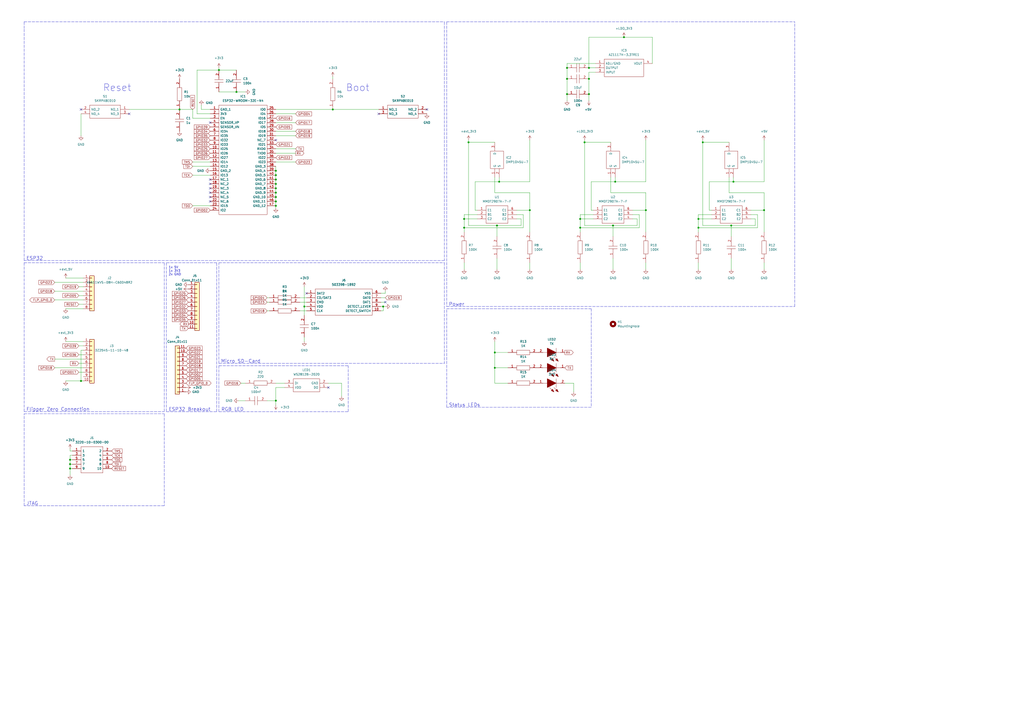
<source format=kicad_sch>
(kicad_sch (version 20211123) (generator eeschema)
  (paper "A2")
  (title_block (title "ESP") (date "2022-12-07") (rev "V0.1.0") (company "JustCallMeKoko & trisp3ar"))
  (lib_symbols
    (symbol "+3V3_1" (power) (pin_names (offset 0))
      (property "Value" "+LDO_3V3" (at 0 5.08 0))
      (symbol "+3V3_1_1_1"
        (pin power_in line (at 0 0 90) (length 0) hide (name "+LDO_3V3") (number "1"))
      )
    )
    (symbol "+3V3_2" (power) (pin_names (offset 0))
      (property "Value" "+3V3_2" (at 0 5.08 0))
      (symbol "+3V3_2_1_1"
        (pin power_in line (at 0 0 90) (length 0) hide (name "+LDO_3V3") (number "1"))
      )
    )
    (symbol "+5V_1" (power) (pin_names (offset 0))
      (property "Value" "+ext_5V" (at 0 5.08 0))
      (symbol "+5V_1_1_1"
        (pin power_in line (at 0 0 90) (length 0) hide (name "+ext_5V") (number "1"))
      )
    )
    (symbol "Connector_Generic:Conn_01x08" (pin_names (offset 1.016) hide)
      (property "Reference" "J" (at 0 10.16 0))
      (property "Value" "Conn_01x08" (at 0 -12.7 0))
      (symbol "Conn_01x08_1_1"
        (pin passive line (at -5.08 7.62 0) (length 3.81) (name "Pin_1") (number "1"))
        (pin passive line (at -5.08 5.08 0) (length 3.81) (name "Pin_2") (number "2"))
        (pin passive line (at -5.08 2.54 0) (length 3.81) (name "Pin_3") (number "3"))
        (pin passive line (at -5.08 0 0) (length 3.81) (name "Pin_4") (number "4"))
        (pin passive line (at -5.08 -2.54 0) (length 3.81) (name "Pin_5") (number "5"))
        (pin passive line (at -5.08 -5.08 0) (length 3.81) (name "Pin_6") (number "6"))
        (pin passive line (at -5.08 -7.62 0) (length 3.81) (name "Pin_7") (number "7"))
        (pin passive line (at -5.08 -10.16 0) (length 3.81) (name "Pin_8") (number "8"))
      )
    )
    (symbol "Connector_Generic:Conn_01x10" (pin_names (offset 1.016) hide)
      (property "Reference" "J" (at 0 12.7 0))
      (property "Value" "Conn_01x10" (at 0 -15.24 0))
      (symbol "Conn_01x10_1_1"
        (pin passive line (at -5.08 10.16 0) (length 3.81) (name "Pin_1") (number "1"))
        (pin passive line (at -5.08 -12.7 0) (length 3.81) (name "Pin_10") (number "10"))
        (pin passive line (at -5.08 7.62 0) (length 3.81) (name "Pin_2") (number "2"))
        (pin passive line (at -5.08 5.08 0) (length 3.81) (name "Pin_3") (number "3"))
        (pin passive line (at -5.08 2.54 0) (length 3.81) (name "Pin_4") (number "4"))
        (pin passive line (at -5.08 0 0) (length 3.81) (name "Pin_5") (number "5"))
        (pin passive line (at -5.08 -2.54 0) (length 3.81) (name "Pin_6") (number "6"))
        (pin passive line (at -5.08 -5.08 0) (length 3.81) (name "Pin_7") (number "7"))
        (pin passive line (at -5.08 -7.62 0) (length 3.81) (name "Pin_8") (number "8"))
        (pin passive line (at -5.08 -10.16 0) (length 3.81) (name "Pin_9") (number "9"))
      )
    )
    (symbol "Connector_Generic:Conn_01x11" (pin_names (offset 1.016) hide)
      (property "Reference" "J" (at 0 15.24 0))
      (property "Value" "Conn_01x11" (at 0 -15.24 0))
      (symbol "Conn_01x11_1_1"
        (pin passive line (at -5.08 12.7 0) (length 3.81) (name "Pin_1") (number "1"))
        (pin passive line (at -5.08 -10.16 0) (length 3.81) (name "Pin_10") (number "10"))
        (pin passive line (at -5.08 -12.7 0) (length 3.81) (name "Pin_11") (number "11"))
        (pin passive line (at -5.08 10.16 0) (length 3.81) (name "Pin_2") (number "2"))
        (pin passive line (at -5.08 7.62 0) (length 3.81) (name "Pin_3") (number "3"))
        (pin passive line (at -5.08 5.08 0) (length 3.81) (name "Pin_4") (number "4"))
        (pin passive line (at -5.08 2.54 0) (length 3.81) (name "Pin_5") (number "5"))
        (pin passive line (at -5.08 0 0) (length 3.81) (name "Pin_6") (number "6"))
        (pin passive line (at -5.08 -2.54 0) (length 3.81) (name "Pin_7") (number "7"))
        (pin passive line (at -5.08 -5.08 0) (length 3.81) (name "Pin_8") (number "8"))
        (pin passive line (at -5.08 -7.62 0) (length 3.81) (name "Pin_9") (number "9"))
      )
    )
    (symbol "Mechanical:MountingHole" (pin_names (offset 1.016))
      (property "Reference" "H" (at 0 5.08 0))
      (property "Value" "MountingHole" (at 0 3.175 0))
    )
    (symbol "SamacSys_Parts:19-217_R6C-AL1M2VY_3T" (pin_names (offset 0.762))
      (property "Reference" "LED" (at 12.7 8.89 0))
      (property "Value" "19-217_R6C-AL1M2VY_3T" (at 12.7 6.35 0))
      (symbol "19-217_R6C-AL1M2VY_3T_0_0"
        (pin passive line (at 15.24 0 180) (length 2.54) (name "~") (number "1"))
        (pin passive line (at 0 0 0) (length 2.54) (name "~") (number "2"))
      )
    )
    (symbol "SamacSys_Parts:19-217_Y5C-AP1Q2_3T" (pin_names (offset 0.762))
      (property "Reference" "LED" (at 12.7 8.89 0))
      (property "Value" "19-217_Y5C-AP1Q2_3T" (at 12.7 6.35 0))
      (symbol "19-217_Y5C-AP1Q2_3T_0_0"
        (pin passive line (at 0 0 0) (length 2.54) (name "~") (number "1"))
        (pin passive line (at 15.24 0 180) (length 2.54) (name "~") (number "2"))
      )
    )
    (symbol "SamacSys_Parts:3220-10-0300-00" (pin_names (offset 0.762))
      (property "Reference" "J" (at 19.05 7.62 0))
      (property "Value" "3220-10-0300-00" (at 19.05 5.08 0))
      (symbol "3220-10-0300-00_0_0"
        (pin passive line (at 0 0 0) (length 5.08) (name "1") (number "1"))
        (pin passive line (at 22.86 -10.16 180) (length 5.08) (name "10") (number "10"))
        (pin passive line (at 22.86 0 180) (length 5.08) (name "2") (number "2"))
        (pin passive line (at 0 -2.54 0) (length 5.08) (name "3") (number "3"))
        (pin passive line (at 22.86 -2.54 180) (length 5.08) (name "4") (number "4"))
        (pin passive line (at 0 -5.08 0) (length 5.08) (name "5") (number "5"))
        (pin passive line (at 22.86 -5.08 180) (length 5.08) (name "6") (number "6"))
        (pin passive line (at 0 -7.62 0) (length 5.08) (name "7") (number "7"))
        (pin passive line (at 22.86 -7.62 180) (length 5.08) (name "8") (number "8"))
        (pin passive line (at 0 -10.16 0) (length 5.08) (name "9") (number "9"))
      )
    )
    (symbol "SamacSys_Parts:503398-1892" (pin_names (offset 0.762))
      (property "Reference" "J" (at 39.37 7.62 0))
      (property "Value" "503398-1892" (at 39.37 5.08 0))
      (symbol "503398-1892_0_0"
        (pin passive line (at 0 0 0) (length 5.08) (name "DAT2") (number "1"))
        (pin passive line (at 43.18 -10.16 180) (length 5.08) (name "DETECT_SWITCH") (number "10"))
        (pin passive line (at 0 -2.54 0) (length 5.08) (name "CD/DAT3") (number "2"))
        (pin passive line (at 0 -5.08 0) (length 5.08) (name "CMD") (number "3"))
        (pin passive line (at 0 -7.62 0) (length 5.08) (name "VDD") (number "4"))
        (pin passive line (at 0 -10.16 0) (length 5.08) (name "CLK") (number "5"))
        (pin passive line (at 43.18 0 180) (length 5.08) (name "VSS") (number "6"))
        (pin passive line (at 43.18 -2.54 180) (length 5.08) (name "DAT0") (number "7"))
        (pin passive line (at 43.18 -5.08 180) (length 5.08) (name "DAT1") (number "8"))
        (pin passive line (at 43.18 -7.62 180) (length 5.08) (name "DETECT_LEVER") (number "9"))
      )
    )
    (symbol "SamacSys_Parts:AZ1117H-3.3TRE1" (pin_names (offset 0.762))
      (property "Reference" "IC" (at 29.21 7.62 0))
      (property "Value" "AZ1117H-3.3TRE1" (at 29.21 5.08 0))
      (symbol "AZ1117H-3.3TRE1_0_0"
        (pin passive line (at 0 0 0) (length 5.08) (name "ADJ/GND") (number "1"))
        (pin passive line (at 0 -2.54 0) (length 5.08) (name "OUTPUT") (number "2"))
        (pin passive line (at 0 -5.08 0) (length 5.08) (name "INPUT") (number "3"))
        (pin passive line (at 33.02 0 180) (length 5.08) (name "VOUT") (number "4"))
      )
    )
    (symbol "SamacSys_Parts:CC0402KRX7R7BB104" (pin_names (offset 0.762))
      (property "Reference" "C" (at 8.89 6.35 0))
      (property "Value" "CC0402KRX7R7BB104" (at 8.89 3.81 0))
      (symbol "CC0402KRX7R7BB104_0_0"
        (pin passive line (at 0 0 0) (length 5.08) (name "~") (number "1"))
        (pin passive line (at 12.7 0 180) (length 5.08) (name "~") (number "2"))
      )
    )
    (symbol "SamacSys_Parts:CL05A105KA5NQNC" (pin_names (offset 0.762))
      (property "Reference" "C" (at 8.89 6.35 0))
      (property "Value" "CL05A105KA5NQNC" (at 8.89 3.81 0))
      (symbol "CL05A105KA5NQNC_0_0"
        (pin passive line (at 0 0 0) (length 5.08) (name "~") (number "1"))
        (pin passive line (at 12.7 0 180) (length 5.08) (name "~") (number "2"))
      )
    )
    (symbol "SamacSys_Parts:CL05A106MQ5NUNC" (pin_names (offset 0.762))
      (property "Reference" "C" (at 8.89 6.35 0))
      (property "Value" "CL05A106MQ5NUNC" (at 8.89 3.81 0))
      (symbol "CL05A106MQ5NUNC_0_0"
        (pin passive line (at 0 0 0) (length 5.08) (name "~") (number "1"))
        (pin passive line (at 12.7 0 180) (length 5.08) (name "~") (number "2"))
      )
    )
    (symbol "SamacSys_Parts:CL05B104KO5NNNC" (pin_names (offset 0.762))
      (property "Reference" "C" (at 8.89 6.35 0))
      (property "Value" "CL05B104KO5NNNC" (at 8.89 3.81 0))
      (symbol "CL05B104KO5NNNC_0_0"
        (pin passive line (at 0 0 0) (length 5.08) (name "~") (number "1"))
        (pin passive line (at 12.7 0 180) (length 5.08) (name "~") (number "2"))
      )
    )
    (symbol "SamacSys_Parts:CM05X5R226M06AH080" (pin_names (offset 0.762))
      (property "Reference" "C" (at 8.89 6.35 0))
      (property "Value" "CM05X5R226M06AH080" (at 8.89 3.81 0))
      (symbol "CM05X5R226M06AH080_0_0"
        (pin passive line (at 0 0 0) (length 5.08) (name "~") (number "1"))
        (pin passive line (at 12.7 0 180) (length 5.08) (name "~") (number "2"))
      )
    )
    (symbol "SamacSys_Parts:DMP1045U-7" (pin_names (offset 0.762))
      (property "Reference" "IC" (at 16.51 7.62 0))
      (property "Value" "DMP1045U-7" (at 16.51 5.08 0))
      (symbol "DMP1045U-7_0_0"
        (pin passive line (at 0 0 0) (length 5.08) (name "G") (number "1"))
        (pin passive line (at 0 -2.54 0) (length 5.08) (name "S") (number "2"))
        (pin passive line (at 20.32 0 180) (length 5.08) (name "D") (number "3"))
      )
    )
    (symbol "SamacSys_Parts:ESP32-WROOM-32E-N4" (pin_names (offset 0.762))
      (property "Reference" "IC" (at 34.29 7.62 0))
      (property "Value" "ESP32-WROOM-32E-N4" (at 34.29 5.08 0))
      (symbol "ESP32-WROOM-32E-N4_0_0"
        (pin passive line (at 0 0 0) (length 5.08) (name "GND_1") (number "1"))
        (pin passive line (at 0 -22.86 0) (length 5.08) (name "IO25") (number "10"))
        (pin passive line (at 0 -25.4 0) (length 5.08) (name "IO26") (number "11"))
        (pin passive line (at 0 -27.94 0) (length 5.08) (name "IO27") (number "12"))
        (pin passive line (at 0 -30.48 0) (length 5.08) (name "IO14") (number "13"))
        (pin passive line (at 0 -33.02 0) (length 5.08) (name "IO12") (number "14"))
        (pin passive line (at 0 -35.56 0) (length 5.08) (name "GND_2") (number "15"))
        (pin passive line (at 0 -38.1 0) (length 5.08) (name "IO13") (number "16"))
        (pin passive line (at 0 -40.64 0) (length 5.08) (name "NC_1") (number "17"))
        (pin passive line (at 0 -43.18 0) (length 5.08) (name "NC_2") (number "18"))
        (pin passive line (at 0 -45.72 0) (length 5.08) (name "NC_3") (number "19"))
        (pin passive line (at 0 -2.54 0) (length 5.08) (name "3V3") (number "2"))
        (pin passive line (at 0 -48.26 0) (length 5.08) (name "NC_4") (number "20"))
        (pin passive line (at 0 -50.8 0) (length 5.08) (name "NC_5") (number "21"))
        (pin passive line (at 0 -53.34 0) (length 5.08) (name "NC_6") (number "22"))
        (pin passive line (at 0 -55.88 0) (length 5.08) (name "IO15") (number "23"))
        (pin passive line (at 0 -58.42 0) (length 5.08) (name "IO2") (number "24"))
        (pin passive line (at 38.1 0 180) (length 5.08) (name "IO0") (number "25"))
        (pin passive line (at 38.1 -2.54 180) (length 5.08) (name "IO4") (number "26"))
        (pin passive line (at 38.1 -5.08 180) (length 5.08) (name "IO16") (number "27"))
        (pin passive line (at 38.1 -7.62 180) (length 5.08) (name "IO17") (number "28"))
        (pin passive line (at 38.1 -10.16 180) (length 5.08) (name "IO5") (number "29"))
        (pin passive line (at 0 -5.08 0) (length 5.08) (name "EN") (number "3"))
        (pin passive line (at 38.1 -12.7 180) (length 5.08) (name "IO18") (number "30"))
        (pin passive line (at 38.1 -15.24 180) (length 5.08) (name "IO19") (number "31"))
        (pin passive line (at 38.1 -17.78 180) (length 5.08) (name "NC_7") (number "32"))
        (pin passive line (at 38.1 -20.32 180) (length 5.08) (name "IO21") (number "33"))
        (pin passive line (at 38.1 -22.86 180) (length 5.08) (name "RXD0") (number "34"))
        (pin passive line (at 38.1 -25.4 180) (length 5.08) (name "TXD0") (number "35"))
        (pin passive line (at 38.1 -27.94 180) (length 5.08) (name "IO22") (number "36"))
        (pin passive line (at 38.1 -30.48 180) (length 5.08) (name "IO23") (number "37"))
        (pin passive line (at 38.1 -33.02 180) (length 5.08) (name "GND_3") (number "38"))
        (pin passive line (at 38.1 -35.56 180) (length 5.08) (name "GND_4") (number "39"))
        (pin passive line (at 0 -7.62 0) (length 5.08) (name "SENSOR_VP") (number "4"))
        (pin passive line (at 38.1 -38.1 180) (length 5.08) (name "GND_5") (number "40"))
        (pin passive line (at 38.1 -40.64 180) (length 5.08) (name "GND_6") (number "41"))
        (pin passive line (at 38.1 -43.18 180) (length 5.08) (name "GND_7") (number "42"))
        (pin passive line (at 38.1 -45.72 180) (length 5.08) (name "GND_8") (number "43"))
        (pin passive line (at 38.1 -48.26 180) (length 5.08) (name "GND_9") (number "44"))
        (pin passive line (at 38.1 -50.8 180) (length 5.08) (name "GND_10") (number "45"))
        (pin passive line (at 38.1 -53.34 180) (length 5.08) (name "GND_11") (number "46"))
        (pin passive line (at 38.1 -55.88 180) (length 5.08) (name "GND_12") (number "47"))
        (pin passive line (at 0 -10.16 0) (length 5.08) (name "SENSOR_VN") (number "5"))
        (pin passive line (at 0 -12.7 0) (length 5.08) (name "IO34") (number "6"))
        (pin passive line (at 0 -15.24 0) (length 5.08) (name "IO35") (number "7"))
        (pin passive line (at 0 -17.78 0) (length 5.08) (name "IO32") (number "8"))
        (pin passive line (at 0 -20.32 0) (length 5.08) (name "IO33") (number "9"))
      )
    )
    (symbol "SamacSys_Parts:MMDT2907A-7-F" (pin_names (offset 0.762))
      (property "Reference" "U" (at 19.05 7.62 0))
      (property "Value" "MMDT2907A-7-F" (at 19.05 5.08 0))
      (symbol "MMDT2907A-7-F_0_0"
        (pin passive line (at 0 0 0) (length 5.08) (name "E1") (number "1"))
        (pin passive line (at 0 -2.54 0) (length 5.08) (name "B1") (number "2"))
        (pin passive line (at 0 -5.08 0) (length 5.08) (name "C2") (number "3"))
        (pin passive line (at 22.86 -5.08 180) (length 5.08) (name "E2") (number "4"))
        (pin passive line (at 22.86 -2.54 180) (length 5.08) (name "B2") (number "5"))
        (pin passive line (at 22.86 0 180) (length 5.08) (name "C1") (number "6"))
      )
    )
    (symbol "SamacSys_Parts:RC0402FR-07100KL" (pin_names (offset 0.762))
      (property "Reference" "R" (at 13.97 6.35 0))
      (property "Value" "RC0402FR-07100KL" (at 13.97 3.81 0))
      (symbol "RC0402FR-07100KL_0_0"
        (pin passive line (at 0 0 0) (length 5.08) (name "~") (number "1"))
        (pin passive line (at 17.78 0 180) (length 5.08) (name "~") (number "2"))
      )
    )
    (symbol "SamacSys_Parts:RC0402FR-0710KL" (pin_names (offset 0.762))
      (property "Reference" "R" (at 13.97 6.35 0))
      (property "Value" "RC0402FR-0710KL" (at 13.97 3.81 0))
      (symbol "RC0402FR-0710KL_0_0"
        (pin passive line (at 0 0 0) (length 5.08) (name "~") (number "1"))
        (pin passive line (at 17.78 0 180) (length 5.08) (name "~") (number "2"))
      )
    )
    (symbol "SamacSys_Parts:RC0402FR-071KL" (pin_names (offset 0.762))
      (property "Reference" "R" (at 13.97 6.35 0))
      (property "Value" "RC0402FR-071KL" (at 13.97 3.81 0))
      (symbol "RC0402FR-071KL_0_0"
        (pin passive line (at 0 0 0) (length 5.08) (name "~") (number "1"))
        (pin passive line (at 17.78 0 180) (length 5.08) (name "~") (number "2"))
      )
    )
    (symbol "SamacSys_Parts:RC0402FR-07220RL" (pin_names (offset 0.762))
      (property "Reference" "R" (at 13.97 6.35 0))
      (property "Value" "RC0402FR-07220RL" (at 13.97 3.81 0))
      (symbol "RC0402FR-07220RL_0_0"
        (pin passive line (at 0 0 0) (length 5.08) (name "~") (number "1"))
        (pin passive line (at 17.78 0 180) (length 5.08) (name "~") (number "2"))
      )
    )
    (symbol "SamacSys_Parts:SKRPABE010" (pin_names (offset 0.762))
      (property "Reference" "S" (at 24.13 7.62 0))
      (property "Value" "SKRPABE010" (at 24.13 5.08 0))
      (symbol "SKRPABE010_0_0"
        (pin passive line (at 0 0 0) (length 5.08) (name "NO_1") (number "1"))
        (pin passive line (at 27.94 0 180) (length 5.08) (name "NO_2") (number "2"))
        (pin passive line (at 0 -2.54 0) (length 5.08) (name "NO_3") (number "3"))
        (pin passive line (at 27.94 -2.54 180) (length 5.08) (name "NO_4") (number "4"))
      )
    )
    (symbol "SamacSys_Parts:WS2812B-2020" (pin_names (offset 0.762))
      (property "Reference" "LED" (at 21.59 7.62 0))
      (property "Value" "WS2812B-2020" (at 21.59 5.08 0))
      (symbol "WS2812B-2020_0_0"
        (pin passive line (at 25.4 -2.54 180) (length 5.08) (name "DO") (number "1"))
        (pin passive line (at 25.4 0 180) (length 5.08) (name "GND") (number "2"))
        (pin passive line (at 0 0 0) (length 5.08) (name "DI") (number "3"))
        (pin passive line (at 0 -2.54 0) (length 5.08) (name "VDD") (number "4"))
      )
    )
    (symbol "power:+3V3" (power) (pin_names (offset 0))
      (property "Value" "+3V3" (at 0 3.556 0))
      (symbol "+3V3_1_1"
        (pin power_in line (at 0 0 90) (length 0) hide (name "+3V3") (number "1"))
      )
    )
    (symbol "power:+5V" (power) (pin_names (offset 0))
      (property "Value" "+5V" (at 0 3.556 0))
      (symbol "+5V_1_1"
        (pin power_in line (at 0 0 90) (length 0) hide (name "+5V") (number "1"))
      )
    )
    (symbol "power:+ext_3V3" (power) (pin_names (offset 0))
      (property "Value" "+ext_3V3" (at 0 5.08 0))
      (symbol "+ext_3V3_1_1"
        (pin power_in line (at 0 0 90) (length 0) hide (name "+ext_3V3") (number "1"))
      )
    )
    (symbol "power:GND" (power) (pin_names (offset 0))
      (property "Value" "GND" (at 0 -3.81 0))
      (symbol "GND_1_1"
        (pin power_in line (at 0 0 270) (length 0) hide (name "GND") (number "1"))
      )
    )
  )
  (junction (at 307.34 121.92))
  (junction (at 405.13 127))
  (junction (at 127 40.64))
  (junction (at 160.02 111.76))
  (junction (at 405.13 132.08))
  (junction (at 160.02 104.14))
  (junction (at 160.02 106.68))
  (junction (at 443.23 121.92))
  (junction (at 341.63 45.72))
  (junction (at 269.24 127))
  (junction (at 288.29 130.81))
  (junction (at 40.64 269.24))
  (junction (at 355.6 130.81))
  (junction (at 289.56 105.41))
  (junction (at 104.14 63.5))
  (junction (at 374.65 121.92))
  (junction (at 222.25 177.8))
  (junction (at 425.45 105.41))
  (junction (at 269.24 132.08))
  (junction (at 160.02 99.06))
  (junction (at 339.09 82.55))
  (junction (at 271.78 82.55))
  (junction (at 336.55 132.08))
  (junction (at 424.18 130.81))
  (junction (at 407.67 82.55))
  (junction (at 160.02 101.6))
  (junction (at 160.02 109.22))
  (junction (at 160.02 114.3))
  (junction (at 361.95 21.59))
  (junction (at 193.04 63.5))
  (junction (at 287.02 213.36))
  (junction (at 356.87 105.41))
  (junction (at 40.64 271.78))
  (junction (at 328.93 45.72))
  (junction (at 40.64 266.7))
  (junction (at 328.93 54.61))
  (junction (at 160.02 116.84))
  (junction (at 137.16 53.34))
  (junction (at 176.53 177.8))
  (junction (at 341.63 39.37))
  (junction (at 341.63 54.61))
  (junction (at 336.55 127))
  (junction (at 328.93 39.37))
  (junction (at 46.99 220.98))
  (junction (at 160.02 119.38))
  (junction (at 287.02 204.47))
  (junction (at 160.02 232.41))
  (no_connect (at 223.52 175.26))
  (no_connect (at 190.5 224.79))
  (no_connect (at 121.92 104.14))
  (no_connect (at 121.92 106.68))
  (no_connect (at 121.92 109.22))
  (no_connect (at 121.92 114.3))
  (no_connect (at 121.92 116.84))
  (no_connect (at 121.92 111.76))
  (no_connect (at 121.92 71.12))
  (no_connect (at 160.02 81.28))
  (no_connect (at 177.8 170.18))
  (no_connect (at 219.71 66.04))
  (no_connect (at 247.65 63.5))
  (no_connect (at 46.99 63.5))
  (no_connect (at 74.93 66.04))
  (wire (pts (xy 405.13 127) (xy 412.75 127)))
  (wire (pts (xy 287.02 198.12) (xy 287.02 204.47)))
  (wire (pts (xy 41.91 264.16) (xy 40.64 264.16)))
  (wire (pts (xy 160.02 232.41) (xy 160.02 234.95)))
  (polyline (pts (xy 95.25 240.03) (xy 95.25 293.37)))
  (wire (pts (xy 160.02 99.06) (xy 160.02 101.6)))
  (wire (pts (xy 31.75 173.99) (xy 48.26 173.99)))
  (wire (pts (xy 307.34 105.41) (xy 289.56 105.41)))
  (wire (pts (xy 307.34 111.76) (xy 307.34 121.92)))
  (wire (pts (xy 121.92 66.04) (xy 114.3 66.04)))
  (wire (pts (xy 40.64 266.7) (xy 40.64 269.24)))
  (wire (pts (xy 443.23 105.41) (xy 425.45 105.41)))
  (wire (pts (xy 341.63 45.72) (xy 341.63 54.61)))
  (wire (pts (xy 289.56 105.41) (xy 289.56 102.87)))
  (polyline (pts (xy 13.97 293.37) (xy 13.97 240.03)))
  (wire (pts (xy 307.34 152.4) (xy 307.34 156.21)))
  (wire (pts (xy 160.02 111.76) (xy 160.02 109.22)))
  (wire (pts (xy 127 53.34) (xy 137.16 53.34)))
  (wire (pts (xy 220.98 172.72) (xy 223.52 172.72)))
  (wire (pts (xy 271.78 82.55) (xy 287.02 82.55)))
  (wire (pts (xy 411.48 121.92) (xy 411.48 105.41)))
  (wire (pts (xy 287.02 111.76) (xy 307.34 111.76)))
  (wire (pts (xy 407.67 130.81) (xy 407.67 82.55)))
  (wire (pts (xy 45.72 176.53) (xy 48.26 176.53)))
  (wire (pts (xy 367.03 124.46) (xy 370.84 124.46)))
  (wire (pts (xy 139.7 222.25) (xy 142.24 222.25)))
  (wire (pts (xy 160.02 114.3) (xy 160.02 111.76)))
  (wire (pts (xy 344.17 124.46) (xy 336.55 124.46)))
  (wire (pts (xy 307.34 81.28) (xy 307.34 105.41)))
  (wire (pts (xy 299.72 124.46) (xy 303.53 124.46)))
  (wire (pts (xy 328.93 45.72) (xy 328.93 54.61)))
  (wire (pts (xy 342.9 121.92) (xy 342.9 105.41)))
  (wire (pts (xy 341.63 39.37) (xy 341.63 21.59)))
  (wire (pts (xy 160.02 116.84) (xy 160.02 119.38)))
  (wire (pts (xy 339.09 130.81) (xy 339.09 82.55)))
  (wire (pts (xy 422.91 111.76) (xy 443.23 111.76)))
  (polyline (pts (xy 257.81 152.4) (xy 257.81 210.82)))
  (wire (pts (xy 336.55 132.08) (xy 336.55 134.62)))
  (polyline (pts (xy 13.97 152.4) (xy 13.97 238.76)))
  (wire (pts (xy 74.93 63.5) (xy 104.14 63.5)))
  (wire (pts (xy 355.6 130.81) (xy 355.6 137.16)))
  (wire (pts (xy 302.26 127) (xy 302.26 130.81)))
  (wire (pts (xy 45.72 210.82) (xy 48.26 210.82)))
  (wire (pts (xy 288.29 130.81) (xy 288.29 137.16)))
  (wire (pts (xy 407.67 82.55) (xy 422.91 82.55)))
  (wire (pts (xy 354.33 111.76) (xy 374.65 111.76)))
  (polyline (pts (xy 259.08 236.22) (xy 259.08 179.07)))
  (wire (pts (xy 160.02 66.04) (xy 171.45 66.04)))
  (wire (pts (xy 154.94 232.41) (xy 160.02 232.41)))
  (wire (pts (xy 176.53 198.12) (xy 176.53 195.58)))
  (wire (pts (xy 269.24 127) (xy 269.24 132.08)))
  (wire (pts (xy 374.65 111.76) (xy 374.65 121.92)))
  (wire (pts (xy 269.24 132.08) (xy 269.24 134.62)))
  (wire (pts (xy 287.02 102.87) (xy 287.02 111.76)))
  (wire (pts (xy 369.57 130.81) (xy 355.6 130.81)))
  (wire (pts (xy 287.02 204.47) (xy 287.02 213.36)))
  (polyline (pts (xy 96.52 238.76) (xy 125.73 238.76)))
  (wire (pts (xy 160.02 119.38) (xy 160.02 120.65)))
  (wire (pts (xy 407.67 81.28) (xy 407.67 82.55)))
  (wire (pts (xy 374.65 81.28) (xy 374.65 105.41)))
  (wire (pts (xy 111.76 63.5) (xy 104.14 63.5)))
  (polyline (pts (xy 127 212.09) (xy 201.93 212.09)))
  (wire (pts (xy 41.91 261.62) (xy 40.64 261.62)))
  (wire (pts (xy 121.92 68.58) (xy 111.76 68.58)))
  (polyline (pts (xy 259.08 179.07) (xy 342.9 179.07)))
  (wire (pts (xy 276.86 124.46) (xy 269.24 124.46)))
  (wire (pts (xy 160.02 88.9) (xy 171.45 88.9)))
  (wire (pts (xy 40.64 269.24) (xy 40.64 271.78)))
  (wire (pts (xy 336.55 127) (xy 344.17 127)))
  (wire (pts (xy 336.55 152.4) (xy 336.55 156.21)))
  (wire (pts (xy 339.09 82.55) (xy 354.33 82.55)))
  (wire (pts (xy 45.72 215.9) (xy 48.26 215.9)))
  (wire (pts (xy 378.46 36.83) (xy 378.46 21.59)))
  (wire (pts (xy 45.72 200.66) (xy 48.26 200.66)))
  (wire (pts (xy 160.02 224.79) (xy 160.02 232.41)))
  (wire (pts (xy 341.63 21.59) (xy 361.95 21.59)))
  (wire (pts (xy 303.53 132.08) (xy 269.24 132.08)))
  (wire (pts (xy 271.78 81.28) (xy 271.78 82.55)))
  (polyline (pts (xy 125.73 238.76) (xy 125.73 152.4)))
  (wire (pts (xy 38.1 179.07) (xy 48.26 179.07)))
  (wire (pts (xy 114.3 66.04) (xy 114.3 40.64)))
  (wire (pts (xy 412.75 121.92) (xy 411.48 121.92)))
  (polyline (pts (xy 127 210.82) (xy 127 152.4)))
  (wire (pts (xy 173.99 172.72) (xy 177.8 172.72)))
  (polyline (pts (xy 127 152.4) (xy 257.81 152.4)))
  (wire (pts (xy 438.15 127) (xy 438.15 130.81)))
  (wire (pts (xy 370.84 124.46) (xy 370.84 132.08)))
  (polyline (pts (xy 96.52 152.4) (xy 96.52 238.76)))
  (wire (pts (xy 374.65 121.92) (xy 367.03 121.92)))
  (wire (pts (xy 165.1 224.79) (xy 160.02 224.79)))
  (wire (pts (xy 114.3 40.64) (xy 127 40.64)))
  (wire (pts (xy 160.02 76.2) (xy 171.45 76.2)))
  (wire (pts (xy 111.76 101.6) (xy 121.92 101.6)))
  (wire (pts (xy 425.45 105.41) (xy 425.45 102.87)))
  (polyline (pts (xy 127 210.82) (xy 257.81 210.82)))
  (wire (pts (xy 303.53 124.46) (xy 303.53 132.08)))
  (wire (pts (xy 220.98 180.34) (xy 222.25 180.34)))
  (wire (pts (xy 220.98 175.26) (xy 223.52 175.26)))
  (wire (pts (xy 154.94 175.26) (xy 156.21 175.26)))
  (wire (pts (xy 354.33 102.87) (xy 354.33 111.76)))
  (wire (pts (xy 111.76 119.38) (xy 121.92 119.38)))
  (wire (pts (xy 190.5 222.25) (xy 198.12 222.25)))
  (wire (pts (xy 342.9 105.41) (xy 356.87 105.41)))
  (wire (pts (xy 45.72 205.74) (xy 48.26 205.74)))
  (polyline (pts (xy 127 212.09) (xy 127 238.76)))
  (wire (pts (xy 443.23 121.92) (xy 435.61 121.92)))
  (wire (pts (xy 275.59 105.41) (xy 289.56 105.41)))
  (wire (pts (xy 46.99 220.98) (xy 48.26 220.98)))
  (wire (pts (xy 111.76 96.52) (xy 121.92 96.52)))
  (wire (pts (xy 367.03 127) (xy 369.57 127)))
  (wire (pts (xy 345.44 39.37) (xy 341.63 39.37)))
  (wire (pts (xy 287.02 204.47) (xy 294.64 204.47)))
  (wire (pts (xy 160.02 104.14) (xy 160.02 106.68)))
  (wire (pts (xy 138.43 232.41) (xy 142.24 232.41)))
  (wire (pts (xy 111.76 93.98) (xy 121.92 93.98)))
  (wire (pts (xy 160.02 114.3) (xy 160.02 116.84)))
  (wire (pts (xy 411.48 105.41) (xy 425.45 105.41)))
  (wire (pts (xy 307.34 134.62) (xy 307.34 121.92)))
  (wire (pts (xy 160.02 101.6) (xy 160.02 104.14)))
  (wire (pts (xy 222.25 177.8) (xy 223.52 177.8)))
  (wire (pts (xy 223.52 170.18) (xy 223.52 168.91)))
  (wire (pts (xy 116.84 60.96) (xy 116.84 63.5)))
  (wire (pts (xy 378.46 21.59) (xy 361.95 21.59)))
  (wire (pts (xy 438.15 130.81) (xy 424.18 130.81)))
  (polyline (pts (xy 257.81 151.13) (xy 13.97 151.13)))
  (wire (pts (xy 405.13 127) (xy 405.13 132.08)))
  (wire (pts (xy 374.65 105.41) (xy 356.87 105.41)))
  (wire (pts (xy 443.23 134.62) (xy 443.23 121.92)))
  (wire (pts (xy 439.42 132.08) (xy 405.13 132.08)))
  (wire (pts (xy 127 39.37) (xy 127 40.64)))
  (wire (pts (xy 176.53 177.8) (xy 177.8 177.8)))
  (polyline (pts (xy 13.97 151.13) (xy 13.97 16.51)))
  (polyline (pts (xy 127 238.76) (xy 201.93 238.76)))
  (wire (pts (xy 160.02 106.68) (xy 160.02 109.22)))
  (wire (pts (xy 48.26 203.2) (xy 46.99 203.2)))
  (wire (pts (xy 38.1 198.12) (xy 48.26 198.12)))
  (wire (pts (xy 405.13 152.4) (xy 405.13 156.21)))
  (wire (pts (xy 40.64 264.16) (xy 40.64 266.7)))
  (polyline (pts (xy 257.81 12.7) (xy 257.81 151.13)))
  (wire (pts (xy 288.29 130.81) (xy 271.78 130.81)))
  (polyline (pts (xy 13.97 12.7) (xy 13.97 16.51)))
  (wire (pts (xy 40.64 261.62) (xy 40.64 260.35)))
  (wire (pts (xy 38.1 161.29) (xy 48.26 161.29)))
  (wire (pts (xy 405.13 124.46) (xy 405.13 127)))
  (wire (pts (xy 443.23 152.4) (xy 443.23 156.21)))
  (wire (pts (xy 160.02 63.5) (xy 193.04 63.5)))
  (wire (pts (xy 31.75 163.83) (xy 48.26 163.83)))
  (wire (pts (xy 31.75 168.91) (xy 48.26 168.91)))
  (wire (pts (xy 269.24 152.4) (xy 269.24 156.21)))
  (wire (pts (xy 176.53 166.37) (xy 176.53 177.8)))
  (wire (pts (xy 412.75 124.46) (xy 405.13 124.46)))
  (polyline (pts (xy 342.9 179.07) (xy 342.9 236.22)))
  (polyline (pts (xy 125.73 152.4) (xy 96.52 152.4)))
  (wire (pts (xy 269.24 127) (xy 276.86 127)))
  (wire (pts (xy 435.61 124.46) (xy 439.42 124.46)))
  (wire (pts (xy 374.65 152.4) (xy 374.65 156.21)))
  (wire (pts (xy 336.55 127) (xy 336.55 132.08)))
  (wire (pts (xy 38.1 220.98) (xy 46.99 220.98)))
  (wire (pts (xy 121.92 63.5) (xy 116.84 63.5)))
  (wire (pts (xy 160.02 71.12) (xy 171.45 71.12)))
  (wire (pts (xy 160.02 86.36) (xy 171.45 86.36)))
  (polyline (pts (xy 13.97 152.4) (xy 95.25 152.4)))
  (wire (pts (xy 422.91 102.87) (xy 422.91 111.76)))
  (wire (pts (xy 193.04 44.45) (xy 193.04 45.72)))
  (polyline (pts (xy 13.97 240.03) (xy 95.25 240.03)))
  (wire (pts (xy 40.64 269.24) (xy 41.91 269.24)))
  (wire (pts (xy 46.99 66.04) (xy 46.99 78.74)))
  (wire (pts (xy 424.18 149.86) (xy 424.18 156.21)))
  (wire (pts (xy 137.16 53.34) (xy 142.24 53.34)))
  (wire (pts (xy 45.72 171.45) (xy 48.26 171.45)))
  (wire (pts (xy 443.23 81.28) (xy 443.23 105.41)))
  (wire (pts (xy 302.26 130.81) (xy 288.29 130.81)))
  (wire (pts (xy 160.02 96.52) (xy 160.02 99.06)))
  (wire (pts (xy 31.75 213.36) (xy 48.26 213.36)))
  (wire (pts (xy 40.64 271.78) (xy 41.91 271.78)))
  (wire (pts (xy 332.74 222.25) (xy 332.74 227.33)))
  (wire (pts (xy 405.13 132.08) (xy 405.13 134.62)))
  (wire (pts (xy 198.12 222.25) (xy 198.12 229.87)))
  (polyline (pts (xy 259.08 177.8) (xy 461.01 177.8)))
  (polyline (pts (xy 95.25 152.4) (xy 95.25 238.76)))
  (wire (pts (xy 275.59 121.92) (xy 275.59 105.41)))
  (wire (pts (xy 220.98 177.8) (xy 222.25 177.8)))
  (wire (pts (xy 287.02 213.36) (xy 294.64 213.36)))
  (wire (pts (xy 345.44 36.83) (xy 328.93 36.83)))
  (wire (pts (xy 40.64 266.7) (xy 41.91 266.7)))
  (wire (pts (xy 173.99 180.34) (xy 177.8 180.34)))
  (wire (pts (xy 111.76 68.58) (xy 111.76 63.5)))
  (wire (pts (xy 31.75 208.28) (xy 48.26 208.28)))
  (wire (pts (xy 220.98 170.18) (xy 223.52 170.18)))
  (wire (pts (xy 287.02 213.36) (xy 287.02 222.25)))
  (polyline (pts (xy 13.97 238.76) (xy 95.25 238.76)))
  (wire (pts (xy 160.02 222.25) (xy 165.1 222.25)))
  (wire (pts (xy 173.99 175.26) (xy 177.8 175.26)))
  (polyline (pts (xy 13.97 12.7) (xy 95.25 12.7)))
  (wire (pts (xy 176.53 177.8) (xy 176.53 182.88)))
  (polyline (pts (xy 95.25 293.37) (xy 13.97 293.37)))
  (polyline (pts (xy 201.93 238.76) (xy 201.93 212.09)))
  (wire (pts (xy 328.93 36.83) (xy 328.93 39.37)))
  (polyline (pts (xy 259.08 12.7) (xy 461.01 12.7)))
  (wire (pts (xy 327.66 222.25) (xy 332.74 222.25)))
  (wire (pts (xy 355.6 130.81) (xy 339.09 130.81)))
  (wire (pts (xy 328.93 54.61) (xy 328.93 58.42)))
  (polyline (pts (xy 95.25 12.7) (xy 257.81 12.7)))
  (wire (pts (xy 439.42 124.46) (xy 439.42 132.08)))
  (wire (pts (xy 369.57 127) (xy 369.57 130.81)))
  (wire (pts (xy 424.18 130.81) (xy 407.67 130.81)))
  (wire (pts (xy 374.65 134.62) (xy 374.65 121.92)))
  (wire (pts (xy 435.61 127) (xy 438.15 127)))
  (wire (pts (xy 276.86 121.92) (xy 275.59 121.92)))
  (wire (pts (xy 271.78 130.81) (xy 271.78 82.55)))
  (wire (pts (xy 154.94 172.72) (xy 156.21 172.72)))
  (wire (pts (xy 154.94 180.34) (xy 156.21 180.34)))
  (wire (pts (xy 355.6 149.86) (xy 355.6 156.21)))
  (wire (pts (xy 288.29 149.86) (xy 288.29 156.21)))
  (polyline (pts (xy 342.9 236.22) (xy 259.08 236.22)))
  (wire (pts (xy 424.18 130.81) (xy 424.18 137.16)))
  (wire (pts (xy 356.87 105.41) (xy 356.87 102.87)))
  (wire (pts (xy 344.17 121.92) (xy 342.9 121.92)))
  (wire (pts (xy 341.63 54.61) (xy 341.63 58.42)))
  (wire (pts (xy 127 40.64) (xy 137.16 40.64)))
  (wire (pts (xy 370.84 132.08) (xy 336.55 132.08)))
  (wire (pts (xy 341.63 41.91) (xy 341.63 45.72)))
  (wire (pts (xy 339.09 81.28) (xy 339.09 82.55)))
  (wire (pts (xy 287.02 222.25) (xy 294.64 222.25)))
  (polyline (pts (xy 259.08 12.7) (xy 259.08 177.8)))
  (wire (pts (xy 222.25 177.8) (xy 222.25 180.34)))
  (wire (pts (xy 193.04 63.5) (xy 219.71 63.5)))
  (wire (pts (xy 328.93 39.37) (xy 328.93 45.72)))
  (polyline (pts (xy 461.01 177.8) (xy 461.01 12.7)))
  (wire (pts (xy 443.23 111.76) (xy 443.23 121.92)))
  (wire (pts (xy 345.44 41.91) (xy 341.63 41.91)))
  (wire (pts (xy 336.55 124.46) (xy 336.55 127)))
  (wire (pts (xy 160.02 93.98) (xy 171.45 93.98)))
  (wire (pts (xy 45.72 166.37) (xy 48.26 166.37)))
  (wire (pts (xy 299.72 127) (xy 302.26 127)))
  (wire (pts (xy 160.02 78.74) (xy 171.45 78.74)))
  (wire (pts (xy 46.99 203.2) (xy 46.99 220.98)))
  (wire (pts (xy 269.24 124.46) (xy 269.24 127)))
  (wire (pts (xy 40.64 271.78) (xy 40.64 275.59)))
  (wire (pts (xy 307.34 121.92) (xy 299.72 121.92)))
  (text "ESP32 Breakout" (at 97.79 238.76 0) (effects (font (size 2 2)) (justify left bottom)))
  (text "Status LEDs	" (at 260.35 236.22 0) (effects (font (size 2 2)) (justify left bottom)))
  (text "Boot" (at 200.66 53.34 0) (effects (font (size 4 4)) (justify left bottom)))
  (text "Micro SD-Card" (at 151.13 210.82 180) (effects (font (size 2 2)) (justify right bottom)))
  (text "1x 5V\n1x 3V3\n2x GND" (at 97.79 160.02 0) (effects (font (size 1.27 1.27)) (justify left bottom)))
  (text "Reset" (at 59.69 53.34 0) (effects (font (size 4 4)) (justify left bottom)))
  (text "Power" (at 260.35 177.8 0) (effects (font (size 2 2)) (justify left bottom)))
  (text "RGB LED\n" (at 128.27 238.76 0) (effects (font (size 2 2)) (justify left bottom)))
  (text "Flipper Zero Connection" (at 15.24 238.76 0) (effects (font (size 2 2)) (justify left bottom)))
  (text "ESP32" (at 15.24 151.13 0) (effects (font (size 2 2)) (justify left bottom)))
  (text "JTAG" (at 15.24 293.37 0) (effects (font (size 2 2)) (justify left bottom)))
  (global_label "GPIO18" (shape input) (at 171.45 76.2 0) (property "Intersheet References" "${INTERSHEET_REFS}" (effects hide)))
  (global_label "GPIO39" (shape input) (at 121.92 73.66 180) (property "Intersheet References" "${INTERSHEET_REFS}" (effects hide)))
  (global_label "GPIO04" (shape input) (at 154.94 172.72 180) (property "Intersheet References" "${INTERSHEET_REFS}" (effects hide)))
  (global_label "RESET" (shape input) (at 45.72 176.53 180) (property "Intersheet References" "${INTERSHEET_REFS}" (effects hide)))
  (global_label "GPIO36" (shape input) (at 45.72 205.74 180) (property "Intersheet References" "${INTERSHEET_REFS}" (effects hide)))
  (global_label "TMS" (shape input) (at 111.76 93.98 180) (property "Intersheet References" "${INTERSHEET_REFS}" (effects hide)))
  (global_label "GPIO23" (shape input) (at 171.45 93.98 0) (property "Intersheet References" "${INTERSHEET_REFS}" (effects hide)))
  (global_label "GPIO26" (shape input) (at 121.92 88.9 180) (property "Intersheet References" "${INTERSHEET_REFS}" (effects hide)))
  (global_label "TMS" (shape input) (at 64.77 261.62 0) (property "Intersheet References" "${INTERSHEET_REFS}" (effects hide)))
  (global_label "TCK" (shape input) (at 111.76 101.6 180) (property "Intersheet References" "${INTERSHEET_REFS}" (effects hide)))
  (global_label "TCK" (shape input) (at 64.77 264.16 0) (property "Intersheet References" "${INTERSHEET_REFS}" (effects hide)))
  (global_label "GPIO16" (shape input) (at 160.02 68.58 0) (property "Intersheet References" "${INTERSHEET_REFS}" (effects hide)))
  (global_label "GPIO27" (shape input) (at 109.22 175.26 180) (property "Intersheet References" "${INTERSHEET_REFS}" (effects hide)))
  (global_label "GPIO16" (shape input) (at 139.7 222.25 180) (property "Intersheet References" "${INTERSHEET_REFS}" (effects hide)))
  (global_label "GPIO25" (shape input) (at 109.22 170.18 180) (property "Intersheet References" "${INTERSHEET_REFS}" (effects hide)))
  (global_label "GPIO35" (shape input) (at 121.92 78.74 180) (property "Intersheet References" "${INTERSHEET_REFS}" (effects hide)))
  (global_label "GPIO02" (shape input) (at 107.95 217.17 0) (property "Intersheet References" "${INTERSHEET_REFS}" (effects hide)))
  (global_label "GPIO32" (shape input) (at 121.92 81.28 180) (property "Intersheet References" "${INTERSHEET_REFS}" (effects hide)))
  (global_label "GPIO39" (shape input) (at 45.72 200.66 180) (property "Intersheet References" "${INTERSHEET_REFS}" (effects hide)))
  (global_label "GPIO19" (shape input) (at 171.45 78.74 0) (property "Intersheet References" "${INTERSHEET_REFS}" (effects hide)))
  (global_label "GPIO04" (shape input) (at 171.45 66.04 0) (property "Intersheet References" "${INTERSHEET_REFS}" (effects hide)))
  (global_label "TX" (shape input) (at 109.22 190.5 180) (property "Intersheet References" "${INTERSHEET_REFS}" (effects hide)))
  (global_label "GPIO35" (shape input) (at 109.22 185.42 180) (property "Intersheet References" "${INTERSHEET_REFS}" (effects hide)))
  (global_label "RESET" (shape input) (at 64.77 271.78 0) (property "Intersheet References" "${INTERSHEET_REFS}" (effects hide)))
  (global_label "GPIO05" (shape input) (at 45.72 171.45 180) (property "Intersheet References" "${INTERSHEET_REFS}" (effects hide)))
  (global_label "GPIO23" (shape input) (at 107.95 201.93 0) (property "Intersheet References" "${INTERSHEET_REFS}" (effects hide)))
  (global_label "GPIO22" (shape input) (at 107.95 204.47 0) (property "Intersheet References" "${INTERSHEET_REFS}" (effects hide)))
  (global_label "GPIO21" (shape input) (at 107.95 207.01 0) (property "Intersheet References" "${INTERSHEET_REFS}" (effects hide)))
  (global_label "GPIO18" (shape input) (at 107.95 212.09 0) (property "Intersheet References" "${INTERSHEET_REFS}" (effects hide)))
  (global_label "FLP_GPIO_0" (shape bidirectional) (at 31.75 173.99 180) (property "Intersheet References" "${INTERSHEET_REFS}" (effects hide)))
  (global_label "GPIO19" (shape input) (at 107.95 209.55 0) (property "Intersheet References" "${INTERSHEET_REFS}" (effects hide)))
  (global_label "GPIO19" (shape input) (at 45.72 166.37 180) (property "Intersheet References" "${INTERSHEET_REFS}" (effects hide)))
  (global_label "TX" (shape input) (at 171.45 86.36 0) (property "Intersheet References" "${INTERSHEET_REFS}" (effects hide)))
  (global_label "GPIO33" (shape input) (at 121.92 83.82 180) (property "Intersheet References" "${INTERSHEET_REFS}" (effects hide)))
  (global_label "GPIO19" (shape input) (at 223.52 172.72 0) (property "Intersheet References" "${INTERSHEET_REFS}" (effects hide)))
  (global_label "GPIO33" (shape input) (at 109.22 180.34 180) (property "Intersheet References" "${INTERSHEET_REFS}" (effects hide)))
  (global_label "RX" (shape output) (at 171.45 88.9 0) (property "Intersheet References" "${INTERSHEET_REFS}" (effects hide)))
  (global_label "RX" (shape output) (at 109.22 187.96 180) (property "Intersheet References" "${INTERSHEET_REFS}" (effects hide)))
  (global_label "TDI" (shape input) (at 111.76 96.52 180) (property "Intersheet References" "${INTERSHEET_REFS}" (effects hide)))
  (global_label "GPIO18" (shape input) (at 31.75 213.36 180) (property "Intersheet References" "${INTERSHEET_REFS}" (effects hide)))
  (global_label "GPIO23" (shape input) (at 31.75 163.83 180) (property "Intersheet References" "${INTERSHEET_REFS}" (effects hide)))
  (global_label "GPIO17" (shape input) (at 171.45 71.12 0) (property "Intersheet References" "${INTERSHEET_REFS}" (effects hide)))
  (global_label "GPIO02" (shape input) (at 121.92 121.92 180) (property "Intersheet References" "${INTERSHEET_REFS}" (effects hide)))
  (global_label "GPIO22" (shape input) (at 160.02 91.44 0) (property "Intersheet References" "${INTERSHEET_REFS}" (effects hide)))
  (global_label "GPIO26" (shape input) (at 109.22 172.72 180) (property "Intersheet References" "${INTERSHEET_REFS}" (effects hide)))
  (global_label "FLP_GPIO_0" (shape bidirectional) (at 107.95 222.25 0) (property "Intersheet References" "${INTERSHEET_REFS}" (effects hide)))
  (global_label "GPIO34" (shape input) (at 121.92 76.2 180) (property "Intersheet References" "${INTERSHEET_REFS}" (effects hide)))
  (global_label "GPIO05" (shape input) (at 107.95 219.71 0) (property "Intersheet References" "${INTERSHEET_REFS}" (effects hide)))
  (global_label "GPIO23" (shape input) (at 154.94 175.26 180) (property "Intersheet References" "${INTERSHEET_REFS}" (effects hide)))
  (global_label "TDI" (shape input) (at 64.77 269.24 0) (property "Intersheet References" "${INTERSHEET_REFS}" (effects hide)))
  (global_label "RX" (shape output) (at 327.66 204.47 0) (property "Intersheet References" "${INTERSHEET_REFS}" (effects hide)))
  (global_label "GPIO18" (shape input) (at 154.94 180.34 180) (property "Intersheet References" "${INTERSHEET_REFS}" (effects hide)))
  (global_label "TX" (shape output) (at 31.75 208.28 180) (property "Intersheet References" "${INTERSHEET_REFS}" (effects hide)))
  (global_label "GPIO18" (shape input) (at 31.75 168.91 180) (property "Intersheet References" "${INTERSHEET_REFS}" (effects hide)))
  (global_label "TX" (shape input) (at 327.66 213.36 0) (property "Intersheet References" "${INTERSHEET_REFS}" (effects hide)))
  (global_label "GPIO05" (shape input) (at 160.02 73.66 0) (property "Intersheet References" "${INTERSHEET_REFS}" (effects hide)))
  (global_label "GPIO27" (shape input) (at 121.92 91.44 180) (property "Intersheet References" "${INTERSHEET_REFS}" (effects hide)))
  (global_label "RESET" (shape input) (at 111.76 63.5 90) (property "Intersheet References" "${INTERSHEET_REFS}" (effects hide)))
  (global_label "GPIO32" (shape input) (at 109.22 177.8 180) (property "Intersheet References" "${INTERSHEET_REFS}" (effects hide)))
  (global_label "GPIO17" (shape input) (at 107.95 214.63 0) (property "Intersheet References" "${INTERSHEET_REFS}" (effects hide)))
  (global_label "GPIO25" (shape input) (at 121.92 86.36 180) (property "Intersheet References" "${INTERSHEET_REFS}" (effects hide)))
  (global_label "TDO" (shape input) (at 111.76 119.38 180) (property "Intersheet References" "${INTERSHEET_REFS}" (effects hide)))
  (global_label "GPIO017" (shape input) (at 45.72 215.9 180) (property "Intersheet References" "${INTERSHEET_REFS}" (effects hide)))
  (global_label "GPIO21" (shape input) (at 160.02 83.82 0) (property "Intersheet References" "${INTERSHEET_REFS}" (effects hide)))
  (global_label "RX" (shape input) (at 45.72 210.82 180) (property "Intersheet References" "${INTERSHEET_REFS}" (effects hide)))
  (global_label "GPIO34" (shape input) (at 109.22 182.88 180) (property "Intersheet References" "${INTERSHEET_REFS}" (effects hide)))
  (global_label "TDO" (shape input) (at 64.77 266.7 0) (property "Intersheet References" "${INTERSHEET_REFS}" (effects hide)))
  (symbol (lib_id "SamacSys_Parts:RC0402FR-071KL") (at 294.64 213.36 0) (unit 1)
    (property "Reference" "R14" (at 303.53 207.01 0))
    (property "Value" "1K" (at 303.53 209.55 0))
    (property "Footprint" "RESC1005X40N" (effects hide))
    (property "Datasheet" "https://www.yageo.com/upload/media/product/productsearch/datasheet/rchip/PYu-RC_Group_51_RoHS_L_11.pdf" (effects hide))
    (property "Description" "GENERAL PURPOSE CHIP RESISTORS" (effects hide))
    (property "Height" "0.4" (effects hide))
    (property "Manufacturer_Name" "KEMET" (effects hide))
    (property "Manufacturer_Part_Number" "RC0402FR-071KL" (effects hide))
    (property "Mouser Part Number" "603-RC0402FR-071KL" (effects hide))
    (property "Mouser Price/Stock" "https://www.mouser.co.uk/ProductDetail/YAGEO/RC0402FR-071KL?qs=V1yeUXFNrknDEmWLmm5v6g%3D%3D" (effects hide))
    (property "Arrow Part Number" "RC0402FR-071KL" (effects hide))
    (property "Arrow Price/Stock" "https://www.arrow.com/en/products/rc0402fr-071kl/yageo?region=nac" (effects hide))
  )
  (symbol (lib_id "power:+3V3") (at 193.04 44.45 0) (unit 1)
    (property "Reference" "#PWR022" (effects hide))
    (property "Value" "+3V3" (at 193.04 39.37 0))
  )
  (symbol (lib_id "power:GND") (at 307.34 156.21 0) (unit 1)
    (property "Reference" "#PWR030" (effects hide))
    (property "Value" "GND" (at 307.34 161.29 0))
  )
  (symbol (lib_id "power:GND") (at 247.65 66.04 0) (unit 1)
    (property "Reference" "#PWR026" (effects hide))
    (property "Value" "GND" (at 247.65 71.12 0))
  )
  (symbol (lib_id "power:+3V3") (at 287.02 198.12 0) (unit 1)
    (property "Reference" "#PWR042" (effects hide))
    (property "Value" "+3V3" (at 287.02 193.04 0))
  )
  (symbol (lib_name "+5V_1") (lib_id "power:+5V") (at 407.67 81.28 0) (unit 1)
    (property "Reference" "#PWR039" (effects hide))
    (property "Value" "+ext_5V" (at 407.67 76.2 0))
  )
  (symbol (lib_id "SamacSys_Parts:RC0402FR-071KL") (at 156.21 172.72 0) (unit 1)
    (property "Reference" "R3" (at 165.1 166.37 0))
    (property "Value" "1K" (at 165.1 168.91 0))
    (property "Footprint" "RESC1005X40N" (effects hide))
    (property "Datasheet" "https://www.yageo.com/upload/media/product/productsearch/datasheet/rchip/PYu-RC_Group_51_RoHS_L_11.pdf" (effects hide))
    (property "Description" "GENERAL PURPOSE CHIP RESISTORS" (effects hide))
    (property "Height" "0.4" (effects hide))
    (property "Manufacturer_Name" "KEMET" (effects hide))
    (property "Manufacturer_Part_Number" "RC0402FR-071KL" (effects hide))
    (property "Mouser Part Number" "603-RC0402FR-071KL" (effects hide))
    (property "Mouser Price/Stock" "https://www.mouser.co.uk/ProductDetail/YAGEO/RC0402FR-071KL?qs=V1yeUXFNrknDEmWLmm5v6g%3D%3D" (effects hide))
    (property "Arrow Part Number" "RC0402FR-071KL" (effects hide))
    (property "Arrow Price/Stock" "https://www.arrow.com/en/products/rc0402fr-071kl/yageo?region=nac" (effects hide))
  )
  (symbol (lib_id "SamacSys_Parts:CL05B104KO5NNNC") (at 288.29 149.86 90) (unit 1)
    (property "Reference" "C8" (at 292.1 142.2399 90) (effects (justify right)))
    (property "Value" "100n" (at 292.1 144.7799 90) (effects (justify right)))
    (property "Footprint" "CAPC1005X55N" (effects hide))
    (property "Datasheet" "https://datasheet.datasheetarchive.com/originals/distributors/Datasheets-DGA10/2408147.pdf" (effects hide))
    (property "Description" "Samsung Electro-Mechanics CL05B104KO5NNNC 100nF Multilayer Ceramic Capacitor MLCC 16V dc +/-10% Tolerance SMD" (effects hide))
    (property "Height" "0.55" (effects hide))
    (property "Manufacturer_Name" "Samsung Electro-Mechanics" (effects hide))
    (property "Manufacturer_Part_Number" "CL05B104KO5NNNC" (effects hide))
    (property "Mouser Part Number" "187-CL05B104KO5NNNC" (effects hide))
    (property "Mouser Price/Stock" "https://www.mouser.co.uk/ProductDetail/Samsung-Electro-Mechanics/CL05B104KO5NNNC?qs=hqM3L16%252BxlfT2SKOuAUq6Q%3D%3D" (effects hide))
    (property "Arrow Part Number" "CL05B104KO5NNNC" (effects hide))
    (property "Arrow Price/Stock" "https://www.arrow.com/en/products/cl05b104ko5nnnc/samsung-electro-mechanics?region=europe" (effects hide))
  )
  (symbol (lib_id "SamacSys_Parts:DMP1045U-7") (at 287.02 102.87 90) (unit 1)
    (property "Reference" "IC2" (at 293.37 91.4399 90) (effects (justify right)))
    (property "Value" "DMP1045U-7" (at 293.37 93.9799 90) (effects (justify right)))
    (property "Footprint" "SOT96P240X120-3N" (effects hide))
    (property "Datasheet" "https://datasheet.datasheetarchive.com/originals/distributors/Datasheets-DGA24/1599196.pdf" (effects hide))
    (property "Description" "P-Channel Enhancement MOSFET SOT-23 Diodes Inc DMP1045U-7 P-channel MOSFET Transistor, 5.2 A, -12 V, 3-Pin SOT23" (effects hide))
    (property "Height" "1.2" (effects hide))
    (property "Manufacturer_Name" "Diodes Inc." (effects hide))
    (property "Manufacturer_Part_Number" "DMP1045U-7" (effects hide))
    (property "Mouser Part Number" "621-DMP1045U-7" (effects hide))
    (property "Mouser Price/Stock" "https://www.mouser.co.uk/ProductDetail/Diodes-Incorporated/DMP1045U-7?qs=T%2FOtf55vL7eEKnIWhgMvTQ%3D%3D" (effects hide))
    (property "Arrow Part Number" "DMP1045U-7" (effects hide))
    (property "Arrow Price/Stock" "https://www.arrow.com/en/products/dmp1045u-7/diodes-incorporated?region=nac" (effects hide))
  )
  (symbol (lib_id "SamacSys_Parts:503398-1892") (at 177.8 170.18 0) (unit 1)
    (property "Reference" "J6" (at 199.39 162.56 0))
    (property "Value" "503398-1892" (at 199.39 165.1 0))
    (property "Footprint" "503398-1892" (effects hide))
    (property "Datasheet" "http://www.molex.com/webdocs/datasheets/pdf/en-us//5033981892_MEMORY_CARD_SOCKET.pdf" (effects hide))
    (property "Description" "MicroSD SMT Push-Push 1.28mm height MicroSD SMT Push-Push 1.28mm height" (effects hide))
    (property "Manufacturer_Name" "Molex" (effects hide))
    (property "Manufacturer_Part_Number" "503398-1892" (effects hide))
    (property "Mouser Part Number" "538-503398-1892" (effects hide))
    (property "Mouser Price/Stock" "https://www.mouser.co.uk/ProductDetail/Molex/503398-1892?qs=b0v8CoHHvSMxV%252BW12iKaSg%3D%3D" (effects hide))
  )
  (symbol (lib_id "power:GND") (at 104.14 76.2 0) (unit 1)
    (property "Reference" "#PWR09" (effects hide))
    (property "Value" "GND" (at 104.14 81.28 0))
  )
  (symbol (lib_id "Mechanical:MountingHole") (at 355.6 187.96 0) (unit 1)
    (property "Reference" "H1" (at 358.14 186.6899 0) (effects (justify left)))
    (property "Value" "MountingHole" (at 358.14 189.2299 0) (effects (justify left)))
  )
  (symbol (lib_id "power:GND") (at 176.53 198.12 0) (unit 1)
    (property "Reference" "#PWR044" (effects hide))
    (property "Value" "GND" (at 176.53 203.2 0))
  )
  (symbol (lib_id "SamacSys_Parts:RC0402FR-071KL") (at 294.64 204.47 0) (unit 1)
    (property "Reference" "R13" (at 303.53 198.12 0))
    (property "Value" "1K" (at 303.53 200.66 0))
    (property "Footprint" "RESC1005X40N" (effects hide))
    (property "Datasheet" "https://www.yageo.com/upload/media/product/productsearch/datasheet/rchip/PYu-RC_Group_51_RoHS_L_11.pdf" (effects hide))
    (property "Description" "GENERAL PURPOSE CHIP RESISTORS" (effects hide))
    (property "Height" "0.4" (effects hide))
    (property "Manufacturer_Name" "KEMET" (effects hide))
    (property "Manufacturer_Part_Number" "RC0402FR-071KL" (effects hide))
    (property "Mouser Part Number" "603-RC0402FR-071KL" (effects hide))
    (property "Mouser Price/Stock" "https://www.mouser.co.uk/ProductDetail/YAGEO/RC0402FR-071KL?qs=V1yeUXFNrknDEmWLmm5v6g%3D%3D" (effects hide))
    (property "Arrow Part Number" "RC0402FR-071KL" (effects hide))
    (property "Arrow Price/Stock" "https://www.arrow.com/en/products/rc0402fr-071kl/yageo?region=nac" (effects hide))
  )
  (symbol (lib_id "power:GND") (at 443.23 156.21 0) (unit 1)
    (property "Reference" "#PWR041" (effects hide))
    (property "Value" "GND" (at 443.23 161.29 0))
  )
  (symbol (lib_id "power:GND") (at 355.6 156.21 0) (unit 1)
    (property "Reference" "#PWR046" (effects hide))
    (property "Value" "GND" (at 355.6 161.29 0))
  )
  (symbol (lib_id "SamacSys_Parts:RC0402FR-07100KL") (at 374.65 152.4 90) (unit 1)
    (property "Reference" "R10" (at 377.19 142.2399 90) (effects (justify right)))
    (property "Value" "100K" (at 377.19 144.7799 90) (effects (justify right)))
    (property "Footprint" "RESC1005X40N" (effects hide))
    (property "Datasheet" "https://datasheet.datasheetarchive.com/originals/distributors/Datasheets_SAMA/902f9e387b938f871d31120f5fc1d65e.pdf" (effects hide))
    (property "Description" "GENERAL PURPOSE CHIP RESISTORS" (effects hide))
    (property "Height" "0.4" (effects hide))
    (property "Manufacturer_Name" "KEMET" (effects hide))
    (property "Manufacturer_Part_Number" "RC0402FR-07100KL" (effects hide))
    (property "Mouser Part Number" "603-RC0402FR-07100KL" (effects hide))
    (property "Mouser Price/Stock" "https://www.mouser.co.uk/ProductDetail/YAGEO/RC0402FR-07100KL?qs=mnq%2FyloZIXzTlUn7JAHSWg%3D%3D" (effects hide))
    (property "Arrow Part Number" "RC0402FR-07100KL" (effects hide))
    (property "Arrow Price/Stock" "https://www.arrow.com/en/products/rc0402fr-07100kl/yageo" (effects hide))
  )
  (symbol (lib_id "SamacSys_Parts:CL05A105KA5NQNC") (at 104.14 76.2 90) (unit 1)
    (property "Reference" "C1" (at 107.95 68.5799 90) (effects (justify right)))
    (property "Value" "1u" (at 107.95 71.1199 90) (effects (justify right)))
    (property "Footprint" "CAPC1005X60N" (effects hide))
    (property "Datasheet" "https://www.arrow.com/en/products/cl05a105ka5nqnc/samsung-electro-mechanics" (effects hide))
    (property "Description" "Cap Ceramic 1uF 25V X5R 10% Pad SMD 0402 85C T/R" (effects hide))
    (property "Height" "0.6" (effects hide))
    (property "Manufacturer_Name" "Samsung Electro-Mechanics" (effects hide))
    (property "Manufacturer_Part_Number" "CL05A105KA5NQNC" (effects hide))
    (property "Mouser Part Number" "187-CL05A105KA5NQNC" (effects hide))
    (property "Mouser Price/Stock" "https://www.mouser.co.uk/ProductDetail/Samsung-Electro-Mechanics/CL05A105KA5NQNC?qs=X6jEic%2FHinDIeFgZnm60Lw%3D%3D" (effects hide))
    (property "Arrow Part Number" "CL05A105KA5NQNC" (effects hide))
    (property "Arrow Price/Stock" "https://www.arrow.com/en/products/cl05a105ka5nqnc/samsung-electro-mechanics?region=europe" (effects hide))
  )
  (symbol (lib_id "SamacSys_Parts:RC0402FR-07100KL") (at 307.34 152.4 90) (unit 1)
    (property "Reference" "R8" (at 309.88 142.2399 90) (effects (justify right)))
    (property "Value" "100K" (at 309.88 144.7799 90) (effects (justify right)))
    (property "Footprint" "RESC1005X40N" (effects hide))
    (property "Datasheet" "https://datasheet.datasheetarchive.com/originals/distributors/Datasheets_SAMA/902f9e387b938f871d31120f5fc1d65e.pdf" (effects hide))
    (property "Description" "GENERAL PURPOSE CHIP RESISTORS" (effects hide))
    (property "Height" "0.4" (effects hide))
    (property "Manufacturer_Name" "KEMET" (effects hide))
    (property "Manufacturer_Part_Number" "RC0402FR-07100KL" (effects hide))
    (property "Mouser Part Number" "603-RC0402FR-07100KL" (effects hide))
    (property "Mouser Price/Stock" "https://www.mouser.co.uk/ProductDetail/YAGEO/RC0402FR-07100KL?qs=mnq%2FyloZIXzTlUn7JAHSWg%3D%3D" (effects hide))
    (property "Arrow Part Number" "RC0402FR-07100KL" (effects hide))
    (property "Arrow Price/Stock" "https://www.arrow.com/en/products/rc0402fr-07100kl/yageo" (effects hide))
  )
  (symbol (lib_id "power:+3V3") (at 40.64 260.35 0) (unit 1)
    (property "Reference" "#PWR05" (effects hide))
    (property "Value" "+3V3" (at 40.64 255.27 0))
  )
  (symbol (lib_id "Connector_Generic:Conn_01x11") (at 102.87 214.63 180) (unit 1)
    (property "Reference" "J4" (at 102.87 195.58 0))
    (property "Value" "Conn_01x11" (at 102.87 198.12 0))
    (property "Footprint" "Connector_PinHeader_2.54mm:PinHeader_1x11_P2.54mm_Vertical" (effects hide))
  )
  (symbol (lib_id "SamacSys_Parts:MMDT2907A-7-F") (at 344.17 121.92 0) (unit 1)
    (property "Reference" "U2" (at 355.6 114.3 0))
    (property "Value" "MMDT2907A-7-F" (at 355.6 116.84 0))
    (property "Footprint" "SOT65P210X110-6N" (effects hide))
    (property "Datasheet" "https://www.digikey.com/product-detail/en/diodes-incorporated/MMDT2907A-7-F/MMDT2907A-FDICT-ND/755507" (effects hide))
    (property "Description" "Diodes Inc MMDT2907A-7-F Dual PNP Bipolar Transistor, -600 mA, -60 V, 6-Pin SOT-363" (effects hide))
    (property "Height" "1.1" (effects hide))
    (property "Manufacturer_Name" "Diodes Inc." (effects hide))
    (property "Manufacturer_Part_Number" "MMDT2907A-7-F" (effects hide))
    (property "Mouser Part Number" "621-MMDT2907A-F" (effects hide))
    (property "Mouser Price/Stock" "https://www.mouser.co.uk/ProductDetail/Diodes-Incorporated/MMDT2907A-7-F?qs=r2lzopzdS3aWhNHiAefFpg%3D%3D" (effects hide))
    (property "Arrow Part Number" "MMDT2907A-7-F" (effects hide))
    (property "Arrow Price/Stock" "https://www.arrow.com/en/products/mmdt2907a-7-f/diodes-incorporated" (effects hide))
  )
  (symbol (lib_id "power:+3V3") (at 127 39.37 0) (unit 1)
    (property "Reference" "#PWR016" (effects hide))
    (property "Value" "+3V3" (at 127 33.655 0))
  )
  (symbol (lib_id "SamacSys_Parts:RC0402FR-07100KL") (at 443.23 152.4 90) (unit 1)
    (property "Reference" "R12" (at 445.77 142.2399 90) (effects (justify right)))
    (property "Value" "100K" (at 445.77 144.7799 90) (effects (justify right)))
    (property "Footprint" "RESC1005X40N" (effects hide))
    (property "Datasheet" "https://datasheet.datasheetarchive.com/originals/distributors/Datasheets_SAMA/902f9e387b938f871d31120f5fc1d65e.pdf" (effects hide))
    (property "Description" "GENERAL PURPOSE CHIP RESISTORS" (effects hide))
    (property "Height" "0.4" (effects hide))
    (property "Manufacturer_Name" "KEMET" (effects hide))
    (property "Manufacturer_Part_Number" "RC0402FR-07100KL" (effects hide))
    (property "Mouser Part Number" "603-RC0402FR-07100KL" (effects hide))
    (property "Mouser Price/Stock" "https://www.mouser.co.uk/ProductDetail/YAGEO/RC0402FR-07100KL?qs=mnq%2FyloZIXzTlUn7JAHSWg%3D%3D" (effects hide))
    (property "Arrow Part Number" "RC0402FR-07100KL" (effects hide))
    (property "Arrow Price/Stock" "https://www.arrow.com/en/products/rc0402fr-07100kl/yageo" (effects hide))
  )
  (symbol (lib_id "power:+5V") (at 341.63 58.42 180) (unit 1)
    (property "Reference" "#PWR032" (effects hide))
    (property "Value" "+5V" (at 339.09 63.5 0) (effects (justify right)))
  )
  (symbol (lib_id "SamacSys_Parts:CL05B104KO5NNNC") (at 424.18 149.86 90) (unit 1)
    (property "Reference" "C11" (at 427.99 142.2399 90) (effects (justify right)))
    (property "Value" "100n" (at 427.99 144.7799 90) (effects (justify right)))
    (property "Footprint" "CAPC1005X55N" (effects hide))
    (property "Datasheet" "https://datasheet.datasheetarchive.com/originals/distributors/Datasheets-DGA10/2408147.pdf" (effects hide))
    (property "Description" "Samsung Electro-Mechanics CL05B104KO5NNNC 100nF Multilayer Ceramic Capacitor MLCC 16V dc +/-10% Tolerance SMD" (effects hide))
    (property "Height" "0.55" (effects hide))
    (property "Manufacturer_Name" "Samsung Electro-Mechanics" (effects hide))
    (property "Manufacturer_Part_Number" "CL05B104KO5NNNC" (effects hide))
    (property "Mouser Part Number" "187-CL05B104KO5NNNC" (effects hide))
    (property "Mouser Price/Stock" "https://www.mouser.co.uk/ProductDetail/Samsung-Electro-Mechanics/CL05B104KO5NNNC?qs=hqM3L16%252BxlfT2SKOuAUq6Q%3D%3D" (effects hide))
    (property "Arrow Part Number" "CL05B104KO5NNNC" (effects hide))
    (property "Arrow Price/Stock" "https://www.arrow.com/en/products/cl05b104ko5nnnc/samsung-electro-mechanics?region=europe" (effects hide))
  )
  (symbol (lib_id "power:+3V3") (at 374.65 81.28 0) (unit 1)
    (property "Reference" "#PWR036" (effects hide))
    (property "Value" "+3V3" (at 374.65 76.2 0))
  )
  (symbol (lib_id "power:+3V3") (at 307.34 81.28 0) (unit 1)
    (property "Reference" "#PWR029" (effects hide))
    (property "Value" "+3V3" (at 307.34 76.2 0))
  )
  (symbol (lib_id "SamacSys_Parts:RC0402FR-07220RL") (at 142.24 222.25 0) (unit 1)
    (property "Reference" "R2" (at 151.13 215.9 0))
    (property "Value" "220" (at 151.13 218.44 0))
    (property "Footprint" "RESC1005X40N" (effects hide))
    (property "Datasheet" "https://datasheet.datasheetarchive.com/originals/distributors/Datasheets_SAMA/902f9e387b938f871d31120f5fc1d65e.pdf" (effects hide))
    (property "Description" "YAGEO (PHYCOMP) - RC0402FR-07220RL - RES, THICK FILM, 220R, 1%, 0.063W, 0402" (effects hide))
    (property "Height" "0.4" (effects hide))
    (property "Manufacturer_Name" "KEMET" (effects hide))
    (property "Manufacturer_Part_Number" "RC0402FR-07220RL" (effects hide))
    (property "Mouser Part Number" "603-RC0402FR-07220RL" (effects hide))
    (property "Mouser Price/Stock" "https://www.mouser.co.uk/ProductDetail/YAGEO/RC0402FR-07220RL?qs=UOUeRUa%252B8Wkw9iNOZEwgHw%3D%3D" (effects hide))
    (property "Arrow Part Number" "RC0402FR-07220RL" (effects hide))
    (property "Arrow Price/Stock" "https://www.arrow.com/en/products/rc0402fr-07220rl/yageo?region=nac" (effects hide))
  )
  (symbol (lib_id "SamacSys_Parts:DMP1045U-7") (at 354.33 102.87 90) (unit 1)
    (property "Reference" "IC4" (at 360.68 91.4399 90) (effects (justify right)))
    (property "Value" "DMP1045U-7" (at 360.68 93.9799 90) (effects (justify right)))
    (property "Footprint" "SOT96P240X120-3N" (effects hide))
    (property "Datasheet" "https://datasheet.datasheetarchive.com/originals/distributors/Datasheets-DGA24/1599196.pdf" (effects hide))
    (property "Description" "P-Channel Enhancement MOSFET SOT-23 Diodes Inc DMP1045U-7 P-channel MOSFET Transistor, 5.2 A, -12 V, 3-Pin SOT23" (effects hide))
    (property "Height" "1.2" (effects hide))
    (property "Manufacturer_Name" "Diodes Inc." (effects hide))
    (property "Manufacturer_Part_Number" "DMP1045U-7" (effects hide))
    (property "Mouser Part Number" "621-DMP1045U-7" (effects hide))
    (property "Mouser Price/Stock" "https://www.mouser.co.uk/ProductDetail/Diodes-Incorporated/DMP1045U-7?qs=T%2FOtf55vL7eEKnIWhgMvTQ%3D%3D" (effects hide))
    (property "Arrow Part Number" "DMP1045U-7" (effects hide))
    (property "Arrow Price/Stock" "https://www.arrow.com/en/products/dmp1045u-7/diodes-incorporated?region=nac" (effects hide))
  )
  (symbol (lib_id "SamacSys_Parts:WS2812B-2020") (at 165.1 222.25 0) (unit 1)
    (property "Reference" "LED1" (at 177.8 214.63 0))
    (property "Value" "WS2812B-2020" (at 177.8 217.17 0))
    (property "Footprint" "WS2812B2020" (effects hide))
    (property "Datasheet" "https://www.alldatasheet.com/datasheet-pdf/pdf/1134522/WORLDSEMI/WS2812B-2020.html" (effects hide))
    (property "Description" "LED; SMD; 2020; RGB; 2x2x0.84mm; 3.75.3V; Lens: transparent; 2kHz" (effects hide))
    (property "Height" "0.84" (effects hide))
    (property "Manufacturer_Name" "Worldsemi" (effects hide))
    (property "Manufacturer_Part_Number" "WS2812B-2020" (effects hide))
  )
  (symbol (lib_id "SamacSys_Parts:CC0402KRX7R7BB104") (at 142.24 232.41 0) (unit 1)
    (property "Reference" "C4" (at 148.59 224.79 0))
    (property "Value" "100nF" (at 148.59 227.33 0))
    (property "Footprint" "CAPC1005X55N" (effects hide))
    (property "Datasheet" "http://www.datasheets360.com/pdf/-5354154806277341459" (effects hide))
    (property "Description" "Cap 100nF 16V 0402 SMD 10% X7R Phycomp 100nF Multilayer Ceramic Capacitor (MLCC) 16 V dc +/-10% X7R dielectric Standard max op. temp. +125C" (effects hide))
    (property "Height" "0.55" (effects hide))
    (property "Manufacturer_Name" "KEMET" (effects hide))
    (property "Manufacturer_Part_Number" "CC0402KRX7R7BB104" (effects hide))
    (property "Mouser Part Number" "603-CC402KRX7R7BB104" (effects hide))
    (property "Mouser Price/Stock" "https://www.mouser.co.uk/ProductDetail/YAGEO/CC0402KRX7R7BB104?qs=AgBp2OyFlx%252BSOyhfyS7hpw%3D%3D" (effects hide))
    (property "Arrow Part Number" "CC0402KRX7R7BB104" (effects hide))
    (property "Arrow Price/Stock" "https://www.arrow.com/en/products/cc0402krx7r7bb104/yageo?region=nac" (effects hide))
  )
  (symbol (lib_id "SamacSys_Parts:ESP32-WROOM-32E-N4") (at 121.92 63.5 0) (unit 1)
    (property "Reference" "IC1" (at 140.97 55.88 0))
    (property "Value" "ESP32-WROOM-32E-N4" (at 140.97 58.42 0))
    (property "Footprint" "ESP32WROOM32EN4" (effects hide))
    (property "Datasheet" "https://www.espressif.com/sites/default/files/documentation/esp32-wroom-32e_esp32-wroom-32ue_datasheet_en.pdf" (effects hide))
    (property "Description" "RX TXRX MOD WIFI TRACE ANT SMD" (effects hide))
    (property "Height" "3.25" (effects hide))
    (property "Manufacturer_Name" "Espressif Systems" (effects hide))
    (property "Manufacturer_Part_Number" "ESP32-WROOM-32E-N4" (effects hide))
    (property "Mouser Part Number" "356-ESP32WRM32E132PH" (effects hide))
    (property "Mouser Price/Stock" "https://www.mouser.co.uk/ProductDetail/Espressif-Systems/ESP32-WROOM-32E-N4?qs=Li%252BoUPsLEnsPzTWsi%252BRMgQ%3D%3D" (effects hide))
  )
  (symbol (lib_id "power:GND") (at 424.18 156.21 0) (unit 1)
    (property "Reference" "#PWR047" (effects hide))
    (property "Value" "GND" (at 424.18 161.29 0))
  )
  (symbol (lib_id "SamacSys_Parts:RC0402FR-07100KL") (at 269.24 152.4 90) (unit 1)
    (property "Reference" "R7" (at 271.78 142.2399 90) (effects (justify right)))
    (property "Value" "100K" (at 271.78 144.7799 90) (effects (justify right)))
    (property "Footprint" "RESC1005X40N" (effects hide))
    (property "Datasheet" "https://datasheet.datasheetarchive.com/originals/distributors/Datasheets_SAMA/902f9e387b938f871d31120f5fc1d65e.pdf" (effects hide))
    (property "Description" "GENERAL PURPOSE CHIP RESISTORS" (effects hide))
    (property "Height" "0.4" (effects hide))
    (property "Manufacturer_Name" "KEMET" (effects hide))
    (property "Manufacturer_Part_Number" "RC0402FR-07100KL" (effects hide))
    (property "Mouser Part Number" "603-RC0402FR-07100KL" (effects hide))
    (property "Mouser Price/Stock" "https://www.mouser.co.uk/ProductDetail/YAGEO/RC0402FR-07100KL?qs=mnq%2FyloZIXzTlUn7JAHSWg%3D%3D" (effects hide))
    (property "Arrow Part Number" "RC0402FR-07100KL" (effects hide))
    (property "Arrow Price/Stock" "https://www.arrow.com/en/products/rc0402fr-07100kl/yageo" (effects hide))
  )
  (symbol (lib_id "power:+3V3") (at 107.95 224.79 270) (unit 1)
    (property "Reference" "#PWR01" (effects hide))
    (property "Value" "+3V3" (at 111.76 224.7899 90) (effects (justify left)))
  )
  (symbol (lib_name "+3V3_1") (lib_id "power:+3V3") (at 361.95 21.59 0) (unit 1)
    (property "Reference" "#PWR035" (effects hide))
    (property "Value" "+LDO_3V3" (at 361.95 16.51 0))
  )
  (symbol (lib_id "power:+5V") (at 109.22 167.64 90) (unit 1)
    (property "Reference" "#PWR013" (effects hide))
    (property "Value" "+5V" (at 101.6 167.64 90) (effects (justify right)))
  )
  (symbol (lib_id "SamacSys_Parts:CL05B104KO5NNNC") (at 137.16 53.34 90) (unit 1)
    (property "Reference" "C3" (at 140.97 45.7199 90) (effects (justify right)))
    (property "Value" "100n" (at 140.97 48.2599 90) (effects (justify right)))
    (property "Footprint" "CAPC1005X55N" (effects hide))
    (property "Datasheet" "https://datasheet.datasheetarchive.com/originals/distributors/Datasheets-DGA10/2408147.pdf" (effects hide))
    (property "Description" "Samsung Electro-Mechanics CL05B104KO5NNNC 100nF Multilayer Ceramic Capacitor MLCC 16V dc +/-10% Tolerance SMD" (effects hide))
    (property "Height" "0.55" (effects hide))
    (property "Manufacturer_Name" "Samsung Electro-Mechanics" (effects hide))
    (property "Manufacturer_Part_Number" "CL05B104KO5NNNC" (effects hide))
    (property "Mouser Part Number" "187-CL05B104KO5NNNC" (effects hide))
    (property "Mouser Price/Stock" "https://www.mouser.co.uk/ProductDetail/Samsung-Electro-Mechanics/CL05B104KO5NNNC?qs=hqM3L16%252BxlfT2SKOuAUq6Q%3D%3D" (effects hide))
    (property "Arrow Part Number" "CL05B104KO5NNNC" (effects hide))
    (property "Arrow Price/Stock" "https://www.arrow.com/en/products/cl05b104ko5nnnc/samsung-electro-mechanics?region=europe" (effects hide))
  )
  (symbol (lib_id "SamacSys_Parts:DMP1045U-7") (at 422.91 102.87 90) (unit 1)
    (property "Reference" "IC5" (at 429.26 91.4399 90) (effects (justify right)))
    (property "Value" "DMP1045U-7" (at 429.26 93.9799 90) (effects (justify right)))
    (property "Footprint" "SOT96P240X120-3N" (effects hide))
    (property "Datasheet" "https://datasheet.datasheetarchive.com/originals/distributors/Datasheets-DGA24/1599196.pdf" (effects hide))
    (property "Description" "P-Channel Enhancement MOSFET SOT-23 Diodes Inc DMP1045U-7 P-channel MOSFET Transistor, 5.2 A, -12 V, 3-Pin SOT23" (effects hide))
    (property "Height" "1.2" (effects hide))
    (property "Manufacturer_Name" "Diodes Inc." (effects hide))
    (property "Manufacturer_Part_Number" "DMP1045U-7" (effects hide))
    (property "Mouser Part Number" "621-DMP1045U-7" (effects hide))
    (property "Mouser Price/Stock" "https://www.mouser.co.uk/ProductDetail/Diodes-Incorporated/DMP1045U-7?qs=T%2FOtf55vL7eEKnIWhgMvTQ%3D%3D" (effects hide))
    (property "Arrow Part Number" "DMP1045U-7" (effects hide))
    (property "Arrow Price/Stock" "https://www.arrow.com/en/products/dmp1045u-7/diodes-incorporated?region=nac" (effects hide))
  )
  (symbol (lib_id "power:GND") (at 46.99 78.74 0) (unit 1)
    (property "Reference" "#PWR07" (effects hide))
    (property "Value" "GND" (at 46.99 83.82 0))
  )
  (symbol (lib_id "power:GND") (at 223.52 177.8 90) (unit 1)
    (property "Reference" "#PWR025" (effects hide))
    (property "Value" "GND" (at 227.33 177.7999 90) (effects (justify right)))
  )
  (symbol (lib_id "power:GND") (at 374.65 156.21 0) (unit 1)
    (property "Reference" "#PWR037" (effects hide))
    (property "Value" "GND" (at 374.65 161.29 0))
  )
  (symbol (lib_id "SamacSys_Parts:CL05B104KO5NNNC") (at 355.6 149.86 90) (unit 1)
    (property "Reference" "C10" (at 359.41 142.2399 90) (effects (justify right)))
    (property "Value" "100n" (at 359.41 144.7799 90) (effects (justify right)))
    (property "Footprint" "CAPC1005X55N" (effects hide))
    (property "Datasheet" "https://datasheet.datasheetarchive.com/originals/distributors/Datasheets-DGA10/2408147.pdf" (effects hide))
    (property "Description" "Samsung Electro-Mechanics CL05B104KO5NNNC 100nF Multilayer Ceramic Capacitor MLCC 16V dc +/-10% Tolerance SMD" (effects hide))
    (property "Height" "0.55" (effects hide))
    (property "Manufacturer_Name" "Samsung Electro-Mechanics" (effects hide))
    (property "Manufacturer_Part_Number" "CL05B104KO5NNNC" (effects hide))
    (property "Mouser Part Number" "187-CL05B104KO5NNNC" (effects hide))
    (property "Mouser Price/Stock" "https://www.mouser.co.uk/ProductDetail/Samsung-Electro-Mechanics/CL05B104KO5NNNC?qs=hqM3L16%252BxlfT2SKOuAUq6Q%3D%3D" (effects hide))
    (property "Arrow Part Number" "CL05B104KO5NNNC" (effects hide))
    (property "Arrow Price/Stock" "https://www.arrow.com/en/products/cl05b104ko5nnnc/samsung-electro-mechanics?region=europe" (effects hide))
  )
  (symbol (lib_id "power:GND") (at 288.29 156.21 0) (unit 1)
    (property "Reference" "#PWR045" (effects hide))
    (property "Value" "GND" (at 288.29 161.29 0))
  )
  (symbol (lib_id "SamacSys_Parts:MMDT2907A-7-F") (at 276.86 121.92 0) (unit 1)
    (property "Reference" "U1" (at 288.29 114.3 0))
    (property "Value" "MMDT2907A-7-F" (at 288.29 116.84 0))
    (property "Footprint" "SOT65P210X110-6N" (effects hide))
    (property "Datasheet" "https://www.digikey.com/product-detail/en/diodes-incorporated/MMDT2907A-7-F/MMDT2907A-FDICT-ND/755507" (effects hide))
    (property "Description" "Diodes Inc MMDT2907A-7-F Dual PNP Bipolar Transistor, -600 mA, -60 V, 6-Pin SOT-363" (effects hide))
    (property "Height" "1.1" (effects hide))
    (property "Manufacturer_Name" "Diodes Inc." (effects hide))
    (property "Manufacturer_Part_Number" "MMDT2907A-7-F" (effects hide))
    (property "Mouser Part Number" "621-MMDT2907A-F" (effects hide))
    (property "Mouser Price/Stock" "https://www.mouser.co.uk/ProductDetail/Diodes-Incorporated/MMDT2907A-7-F?qs=r2lzopzdS3aWhNHiAefFpg%3D%3D" (effects hide))
    (property "Arrow Part Number" "MMDT2907A-7-F" (effects hide))
    (property "Arrow Price/Stock" "https://www.arrow.com/en/products/mmdt2907a-7-f/diodes-incorporated" (effects hide))
  )
  (symbol (lib_id "SamacSys_Parts:AZ1117H-3.3TRE1") (at 345.44 36.83 0) (unit 1)
    (property "Reference" "IC3" (at 361.95 29.21 0))
    (property "Value" "AZ1117H-3.3TRE1" (at 361.95 31.75 0))
    (property "Footprint" "SOT230P700X180-4N" (effects hide))
    (property "Datasheet" "https://componentsearchengine.com/Datasheets/1/AZ1117H-3.3TRE1.pdf" (effects hide))
    (property "Description" "3.3V 1A Pos LDO Regulator SOT-223 DiodesZetex AZ1117H-3.3TRE1, LDO Voltage Regulator, 1A, 3.3 V 1%, maximum of 15 Vin, 3+Tab-Pin SOT-223" (effects hide))
    (property "Height" "1.8" (effects hide))
    (property "Manufacturer_Name" "Diodes Inc." (effects hide))
    (property "Manufacturer_Part_Number" "AZ1117H-3.3TRE1" (effects hide))
    (property "Mouser Part Number" "621-AZ1117H-3.3TRE1" (effects hide))
    (property "Mouser Price/Stock" "https://www.mouser.co.uk/ProductDetail/Diodes-Incorporated/AZ1117H-3.3TRE1?qs=FKu9oBikfSkGfSKJazTNfQ%3D%3D" (effects hide))
    (property "Arrow Part Number" "AZ1117H-3.3TRE1" (effects hide))
    (property "Arrow Price/Stock" "https://www.arrow.com/en/products/az1117h-3.3tre1/diodes-incorporated" (effects hide))
  )
  (symbol (lib_id "SamacSys_Parts:SKRPABE010") (at 219.71 63.5 0) (unit 1)
    (property "Reference" "S2" (at 233.68 55.88 0))
    (property "Value" "SKRPABE010" (at 233.68 58.42 0))
    (property "Footprint" "SKRPABE010" (effects hide))
    (property "Datasheet" "https://datasheet.lcsc.com/szlcsc/ALPS-Electric-SKRPABE010_C115360.pdf" (effects hide))
    (property "Description" "Switch Tactile N.O. SPST Button J-Bend 0.05A 16VDC 1.57N SMD Automotive T/R" (effects hide))
    (property "Height" "2.5" (effects hide))
    (property "Manufacturer_Name" "ALPS Electric" (effects hide))
    (property "Manufacturer_Part_Number" "SKRPABE010" (effects hide))
    (property "Mouser Part Number" "688-SKRPAB" (effects hide))
    (property "Mouser Price/Stock" "https://www.mouser.co.uk/ProductDetail/Alps-Alpine/SKRPABE010?qs=m0BA540hBPe1GpcSf%2FZ5Yw%3D%3D" (effects hide))
  )
  (symbol (lib_id "SamacSys_Parts:CL05B104KO5NNNC") (at 328.93 54.61 0) (unit 1)
    (property "Reference" "C9" (at 335.28 60.96 0))
    (property "Value" "100n" (at 335.28 58.42 0))
    (property "Footprint" "CAPC1005X55N" (effects hide))
    (property "Datasheet" "https://datasheet.datasheetarchive.com/originals/distributors/Datasheets-DGA10/2408147.pdf" (effects hide))
    (property "Description" "Samsung Electro-Mechanics CL05B104KO5NNNC 100nF Multilayer Ceramic Capacitor MLCC 16V dc +/-10% Tolerance SMD" (effects hide))
    (property "Height" "0.55" (effects hide))
    (property "Manufacturer_Name" "Samsung Electro-Mechanics" (effects hide))
    (property "Manufacturer_Part_Number" "CL05B104KO5NNNC" (effects hide))
    (property "Mouser Part Number" "187-CL05B104KO5NNNC" (effects hide))
    (property "Mouser Price/Stock" "https://www.mouser.co.uk/ProductDetail/Samsung-Electro-Mechanics/CL05B104KO5NNNC?qs=hqM3L16%252BxlfT2SKOuAUq6Q%3D%3D" (effects hide))
    (property "Arrow Part Number" "CL05B104KO5NNNC" (effects hide))
    (property "Arrow Price/Stock" "https://www.arrow.com/en/products/cl05b104ko5nnnc/samsung-electro-mechanics?region=europe" (effects hide))
  )
  (symbol (lib_id "SamacSys_Parts:CL05A106MQ5NUNC") (at 328.93 45.72 0) (mirror x) (unit 1)
    (property "Reference" "C6" (effects hide))
    (property "Value" "10uF" (at 335.28 50.8 0))
    (property "Footprint" "CAPC1005X70N" (effects hide))
    (property "Datasheet" "https://datasheet.datasheetarchive.com/originals/distributors/Datasheets-DGA10/2406160.pdf" (effects hide))
    (property "Description" "CAP CER 10UF 6.3V X5R 0402" (effects hide))
    (property "Height" "0.7" (effects hide))
    (property "Manufacturer_Name" "Samsung Electro-Mechanics" (effects hide))
    (property "Manufacturer_Part_Number" "CL05A106MQ5NUNC" (effects hide))
    (property "Mouser Part Number" "187-CL05A106MQ5NUNC" (effects hide))
    (property "Mouser Price/Stock" "https://www.mouser.co.uk/ProductDetail/Samsung-Electro-Mechanics/CL05A106MQ5NUNC?qs=X6jEic%2FHinDK8vVLi1zwpw%3D%3D" (effects hide))
    (property "Arrow Part Number" "CL05A106MQ5NUNC" (effects hide))
    (property "Arrow Price/Stock" "https://www.arrow.com/en/products/cl05a106mq5nunc/samsung-electro-mechanics?region=nac" (effects hide))
  )
  (symbol (lib_id "power:GND") (at 109.22 165.1 270) (unit 1)
    (property "Reference" "#PWR012" (effects hide))
    (property "Value" "GND" (at 101.6 165.1 90) (effects (justify left)))
  )
  (symbol (lib_id "power:GND") (at 121.92 99.06 270) (unit 1)
    (property "Reference" "#PWR015" (effects hide))
    (property "Value" "GND" (at 114.3 99.06 90) (effects (justify left)))
  )
  (symbol (lib_id "power:+3V3") (at 104.14 45.72 0) (unit 1)
    (property "Reference" "#PWR08" (effects hide))
    (property "Value" "+3V3" (at 104.14 40.64 0))
  )
  (symbol (lib_name "+5V_1") (lib_id "power:+5V") (at 38.1 161.29 0) (unit 1)
    (property "Reference" "#PWR0101" (effects hide))
    (property "Value" "+ext_5V" (at 38.1 156.21 0))
  )
  (symbol (lib_name "+3V3_2") (lib_id "power:+3V3") (at 339.09 81.28 0) (unit 1)
    (property "Reference" "#PWR034" (effects hide))
    (property "Value" "+LDO_3V3" (at 339.09 76.2 0))
  )
  (symbol (lib_id "power:GND") (at 198.12 229.87 0) (unit 1)
    (property "Reference" "#PWR023" (effects hide))
    (property "Value" "GND" (at 198.12 234.95 0))
  )
  (symbol (lib_id "power:+ext_3V3") (at 38.1 198.12 0) (unit 1)
    (property "Reference" "#PWR0102" (effects hide))
    (property "Value" "+ext_3V3" (at 38.1 193.04 0))
  )
  (symbol (lib_id "SamacSys_Parts:CL05B104KO5NNNC") (at 176.53 195.58 90) (unit 1)
    (property "Reference" "C7" (at 180.34 187.9599 90) (effects (justify right)))
    (property "Value" "100n" (at 180.34 190.4999 90) (effects (justify right)))
    (property "Footprint" "CAPC1005X55N" (effects hide))
    (property "Datasheet" "https://datasheet.datasheetarchive.com/originals/distributors/Datasheets-DGA10/2408147.pdf" (effects hide))
    (property "Description" "Samsung Electro-Mechanics CL05B104KO5NNNC 100nF Multilayer Ceramic Capacitor MLCC 16V dc +/-10% Tolerance SMD" (effects hide))
    (property "Height" "0.55" (effects hide))
    (property "Manufacturer_Name" "Samsung Electro-Mechanics" (effects hide))
    (property "Manufacturer_Part_Number" "CL05B104KO5NNNC" (effects hide))
    (property "Mouser Part Number" "187-CL05B104KO5NNNC" (effects hide))
    (property "Mouser Price/Stock" "https://www.mouser.co.uk/ProductDetail/Samsung-Electro-Mechanics/CL05B104KO5NNNC?qs=hqM3L16%252BxlfT2SKOuAUq6Q%3D%3D" (effects hide))
    (property "Arrow Part Number" "CL05B104KO5NNNC" (effects hide))
    (property "Arrow Price/Stock" "https://www.arrow.com/en/products/cl05b104ko5nnnc/samsung-electro-mechanics?region=europe" (effects hide))
  )
  (symbol (lib_id "power:GND") (at 336.55 156.21 0) (unit 1)
    (property "Reference" "#PWR033" (effects hide))
    (property "Value" "GND" (at 336.55 161.29 0))
  )
  (symbol (lib_id "SamacSys_Parts:RC0402FR-0710KL") (at 104.14 63.5 90) (unit 1)
    (property "Reference" "R1" (at 106.68 53.3399 90) (effects (justify right)))
    (property "Value" "10k" (at 106.68 55.8799 90) (effects (justify right)))
    (property "Footprint" "RESC1005X40N" (effects hide))
    (property "Datasheet" "https://datasheet.datasheetarchive.com/originals/distributors/Datasheets_SAMA/902f9e387b938f871d31120f5fc1d65e.pdf" (effects hide))
    (property "Description" "YAGEO (PHYCOMP) - RC0402FR-0710KL. - RES, THICK FILM, 10K, 1%, 0.0625W, 0402" (effects hide))
    (property "Height" "0.4" (effects hide))
    (property "Manufacturer_Name" "KEMET" (effects hide))
    (property "Manufacturer_Part_Number" "RC0402FR-0710KL" (effects hide))
    (property "Mouser Part Number" "603-RC0402FR-0710KL" (effects hide))
    (property "Mouser Price/Stock" "https://www.mouser.co.uk/ProductDetail/YAGEO/RC0402FR-0710KL?qs=I1mnnYJTTsxUoNwrUsQExA%3D%3D" (effects hide))
    (property "Arrow Part Number" "RC0402FR-0710KL" (effects hide))
    (property "Arrow Price/Stock" "https://www.arrow.com/en/products/rc0402fr-0710kl/yageo?region=europe" (effects hide))
  )
  (symbol (lib_id "SamacSys_Parts:19-217_R6C-AL1M2VY_3T") (at 327.66 222.25 180) (unit 1)
    (property "Reference" "LED4" (at 320.04 214.63 0))
    (property "Value" "3V3" (at 320.04 217.17 0))
    (property "Footprint" "19217R6CAL1M2VY3T" (effects hide))
    (property "Datasheet" "https://everlighteurope.com/single-color-top-view/3044/east16084ra1.html" (effects hide))
    (property "Description" "LED Uni-Color Brilliant Red 632nm T/R" (effects hide))
    (property "Height" "0.5" (effects hide))
    (property "Manufacturer_Name" "Everlight" (effects hide))
    (property "Manufacturer_Part_Number" "19-217/R6C-AL1M2VY/3T" (effects hide))
    (property "Arrow Part Number" "19-217/R6C-AL1M2VY/3T" (effects hide))
    (property "Arrow Price/Stock" "https://www.arrow.com/en/products/19-217r6c-al1m2vy3t/everlight-electronics?region=nac" (effects hide))
  )
  (symbol (lib_id "power:GND") (at 107.95 227.33 90) (unit 1)
    (property "Reference" "#PWR03" (effects hide))
    (property "Value" "GND" (at 115.57 227.33 90) (effects (justify left)))
  )
  (symbol (lib_id "power:GND") (at 332.74 227.33 0) (unit 1)
    (property "Reference" "#PWR043" (effects hide))
    (property "Value" "GND" (at 332.74 232.41 0))
  )
  (symbol (lib_id "SamacSys_Parts:CM05X5R226M06AH080") (at 127 53.34 90) (unit 1)
    (property "Reference" "C2" (effects hide))
    (property "Value" "22uF" (at 130.81 46.9899 90) (effects (justify right)))
    (property "Footprint" "CAPC1005X80N" (effects hide))
    (property "Datasheet" "https://www.mouser.in/datasheet/2/40/Kyocera_CM__STD__series2_052920-2585758.pdf" (effects hide))
    (property "Description" "Multilayer Ceramic Capacitors MLCC - SMD/SMT 22UF    6.3V   20%        0402" (effects hide))
    (property "Height" "0.8" (effects hide))
    (property "Manufacturer_Name" "Kyocera AVX" (effects hide))
    (property "Manufacturer_Part_Number" "CM05X5R226M06AH080" (effects hide))
    (property "Mouser Part Number" "346-CM05X5R226M6AH80" (effects hide))
    (property "Mouser Price/Stock" "https://www.mouser.co.uk/ProductDetail/Kyocera-AVX/CM05X5R226M06AH080?qs=7MVldsJ5Uaw%2FGnmk7U90nQ%3D%3D" (effects hide))
  )
  (symbol (lib_id "SamacSys_Parts:RC0402FR-071KL") (at 294.64 222.25 0) (unit 1)
    (property "Reference" "R15" (at 303.53 215.9 0))
    (property "Value" "1K" (at 303.53 218.44 0))
    (property "Footprint" "RESC1005X40N" (effects hide))
    (property "Datasheet" "https://www.yageo.com/upload/media/product/productsearch/datasheet/rchip/PYu-RC_Group_51_RoHS_L_11.pdf" (effects hide))
    (property "Description" "GENERAL PURPOSE CHIP RESISTORS" (effects hide))
    (property "Height" "0.4" (effects hide))
    (property "Manufacturer_Name" "KEMET" (effects hide))
    (property "Manufacturer_Part_Number" "RC0402FR-071KL" (effects hide))
    (property "Mouser Part Number" "603-RC0402FR-071KL" (effects hide))
    (property "Mouser Price/Stock" "https://www.mouser.co.uk/ProductDetail/YAGEO/RC0402FR-071KL?qs=V1yeUXFNrknDEmWLmm5v6g%3D%3D" (effects hide))
    (property "Arrow Part Number" "RC0402FR-071KL" (effects hide))
    (property "Arrow Price/Stock" "https://www.arrow.com/en/products/rc0402fr-071kl/yageo?region=nac" (effects hide))
  )
  (symbol (lib_id "power:+3V3") (at 160.02 234.95 180) (unit 1)
    (property "Reference" "#PWR010" (effects hide))
    (property "Value" "+3V3" (at 162.56 236.2199 0) (effects (justify right)))
  )
  (symbol (lib_id "power:GND") (at 138.43 232.41 270) (unit 1)
    (property "Reference" "#PWR017" (effects hide))
    (property "Value" "GND" (at 130.81 232.41 90) (effects (justify left)))
  )
  (symbol (lib_id "SamacSys_Parts:CM05X5R226M06AH080") (at 328.93 39.37 0) (unit 1)
    (property "Reference" "C5" (effects hide))
    (property "Value" "22uF" (at 335.28 34.29 0))
    (property "Footprint" "CAPC1005X80N" (effects hide))
    (property "Datasheet" "https://www.mouser.in/datasheet/2/40/Kyocera_CM__STD__series2_052920-2585758.pdf" (effects hide))
    (property "Description" "Multilayer Ceramic Capacitors MLCC - SMD/SMT 22UF    6.3V   20%        0402" (effects hide))
    (property "Height" "0.8" (effects hide))
    (property "Manufacturer_Name" "Kyocera AVX" (effects hide))
    (property "Manufacturer_Part_Number" "CM05X5R226M06AH080" (effects hide))
    (property "Mouser Part Number" "346-CM05X5R226M6AH80" (effects hide))
    (property "Mouser Price/Stock" "https://www.mouser.co.uk/ProductDetail/Kyocera-AVX/CM05X5R226M06AH080?qs=7MVldsJ5Uaw%2FGnmk7U90nQ%3D%3D" (effects hide))
  )
  (symbol (lib_id "SamacSys_Parts:MMDT2907A-7-F") (at 412.75 121.92 0) (unit 1)
    (property "Reference" "U3" (at 424.18 114.3 0))
    (property "Value" "MMDT2907A-7-F" (at 424.18 116.84 0))
    (property "Footprint" "SOT65P210X110-6N" (effects hide))
    (property "Datasheet" "https://www.digikey.com/product-detail/en/diodes-incorporated/MMDT2907A-7-F/MMDT2907A-FDICT-ND/755507" (effects hide))
    (property "Description" "Diodes Inc MMDT2907A-7-F Dual PNP Bipolar Transistor, -600 mA, -60 V, 6-Pin SOT-363" (effects hide))
    (property "Height" "1.1" (effects hide))
    (property "Manufacturer_Name" "Diodes Inc." (effects hide))
    (property "Manufacturer_Part_Number" "MMDT2907A-7-F" (effects hide))
    (property "Mouser Part Number" "621-MMDT2907A-F" (effects hide))
    (property "Mouser Price/Stock" "https://www.mouser.co.uk/ProductDetail/Diodes-Incorporated/MMDT2907A-7-F?qs=r2lzopzdS3aWhNHiAefFpg%3D%3D" (effects hide))
    (property "Arrow Part Number" "MMDT2907A-7-F" (effects hide))
    (property "Arrow Price/Stock" "https://www.arrow.com/en/products/mmdt2907a-7-f/diodes-incorporated" (effects hide))
  )
  (symbol (lib_id "power:GND") (at 38.1 220.98 0) (unit 1)
    (property "Reference" "#PWR04" (effects hide))
    (property "Value" "GND" (at 38.1 226.06 0))
  )
  (symbol (lib_id "power:GND") (at 142.24 53.34 90) (unit 1)
    (property "Reference" "#PWR018" (effects hide))
    (property "Value" "GND" (at 147.32 53.34 0))
  )
  (symbol (lib_id "SamacSys_Parts:19-217_Y5C-AP1Q2_3T") (at 327.66 213.36 180) (unit 1)
    (property "Reference" "LED3" (at 320.04 205.74 0))
    (property "Value" "RX" (at 320.04 208.28 0))
    (property "Footprint" "LEDC1608X50N" (effects hide))
    (property "Datasheet" "https://everlighteurope.com/index.php?controller=attachment?id_attachment=5961" (effects hide))
    (property "Description" "Standard LEDs - SMD SMD LED" (effects hide))
    (property "Height" "0.5" (effects hide))
    (property "Manufacturer_Name" "Everlight" (effects hide))
    (property "Manufacturer_Part_Number" "19-217/Y5C-AP1Q2/3T" (effects hide))
    (property "Mouser Part Number" "638-19217Y5CAP1Q23T" (effects hide))
    (property "Mouser Price/Stock" "https://www.mouser.co.uk/ProductDetail/Everlight/19-217-Y5C-AP1Q2-3T?qs=8cKuZ6Ok2lbUsn%2FBVH2ZdQ%3D%3D" (effects hide))
  )
  (symbol (lib_id "power:GND") (at 405.13 156.21 0) (unit 1)
    (property "Reference" "#PWR038" (effects hide))
    (property "Value" "GND" (at 405.13 161.29 0))
  )
  (symbol (lib_id "power:+5V") (at 443.23 81.28 0) (unit 1)
    (property "Reference" "#PWR040" (effects hide))
    (property "Value" "+5V" (at 443.23 76.2 0))
  )
  (symbol (lib_id "Connector_Generic:Conn_01x08") (at 53.34 168.91 0) (unit 1)
    (property "Reference" "J2" (at 63.5 161.29 0))
    (property "Value" "X6511WVS-08H-C60D48R2" (at 63.5 163.83 0))
    (property "Footprint" "HUSRSP8W66P254_2000X250X850P" (effects hide))
    (property "Description" "Gold 250V 3A Brick nogging Square Pins 2.5mm 260 6mm -40~{} 105 1 8 2.54mm Black Brass 1x8P SMD,P=2.54mm() Pin Headers ROHS" (effects hide))
    (property "Manufacturer_Name" "XKB Connectivity" (effects hide))
    (property "Manufacturer_Part_Number" "X6511WVS-08H-C60D48R2" (effects hide))
  )
  (symbol (lib_id "power:GND") (at 328.93 58.42 0) (unit 1)
    (property "Reference" "#PWR031" (effects hide))
    (property "Value" "GND" (at 328.93 63.5 0))
  )
  (symbol (lib_id "power:GND") (at 40.64 275.59 0) (unit 1)
    (property "Reference" "#PWR06" (effects hide))
    (property "Value" "GND" (at 40.64 280.67 0))
  )
  (symbol (lib_id "SamacSys_Parts:RC0402FR-07100KL") (at 336.55 152.4 90) (unit 1)
    (property "Reference" "R9" (at 339.09 142.2399 90) (effects (justify right)))
    (property "Value" "100K" (at 339.09 144.7799 90) (effects (justify right)))
    (property "Footprint" "RESC1005X40N" (effects hide))
    (property "Datasheet" "https://datasheet.datasheetarchive.com/originals/distributors/Datasheets_SAMA/902f9e387b938f871d31120f5fc1d65e.pdf" (effects hide))
    (property "Description" "GENERAL PURPOSE CHIP RESISTORS" (effects hide))
    (property "Height" "0.4" (effects hide))
    (property "Manufacturer_Name" "KEMET" (effects hide))
    (property "Manufacturer_Part_Number" "RC0402FR-07100KL" (effects hide))
    (property "Mouser Part Number" "603-RC0402FR-07100KL" (effects hide))
    (property "Mouser Price/Stock" "https://www.mouser.co.uk/ProductDetail/YAGEO/RC0402FR-07100KL?qs=mnq%2FyloZIXzTlUn7JAHSWg%3D%3D" (effects hide))
    (property "Arrow Part Number" "RC0402FR-07100KL" (effects hide))
    (property "Arrow Price/Stock" "https://www.arrow.com/en/products/rc0402fr-07100kl/yageo" (effects hide))
  )
  (symbol (lib_id "power:GND") (at 223.52 168.91 180) (unit 1)
    (property "Reference" "#PWR024" (effects hide))
    (property "Value" "GND" (at 223.52 163.83 0))
  )
  (symbol (lib_id "power:+3V3") (at 176.53 166.37 0) (unit 1)
    (property "Reference" "#PWR021" (effects hide))
    (property "Value" "+3V3" (at 176.53 161.29 0))
  )
  (symbol (lib_id "SamacSys_Parts:19-217_Y5C-AP1Q2_3T") (at 327.66 204.47 180) (unit 1)
    (property "Reference" "LED2" (at 320.04 196.85 0))
    (property "Value" "TX" (at 320.04 199.39 0))
    (property "Footprint" "LEDC1608X50N" (effects hide))
    (property "Datasheet" "https://everlighteurope.com/index.php?controller=attachment?id_attachment=5961" (effects hide))
    (property "Description" "Standard LEDs - SMD SMD LED" (effects hide))
    (property "Height" "0.5" (effects hide))
    (property "Manufacturer_Name" "Everlight" (effects hide))
    (property "Manufacturer_Part_Number" "19-217/Y5C-AP1Q2/3T" (effects hide))
    (property "Mouser Part Number" "638-19217Y5CAP1Q23T" (effects hide))
    (property "Mouser Price/Stock" "https://www.mouser.co.uk/ProductDetail/Everlight/19-217-Y5C-AP1Q2-3T?qs=8cKuZ6Ok2lbUsn%2FBVH2ZdQ%3D%3D" (effects hide))
  )
  (symbol (lib_id "power:GND") (at 116.84 60.96 180) (unit 1)
    (property "Reference" "#PWR014" (effects hide))
    (property "Value" "GND" (at 119.38 59.6899 0) (effects (justify right)))
  )
  (symbol (lib_id "SamacSys_Parts:RC0402FR-071KL") (at 156.21 175.26 0) (unit 1)
    (property "Reference" "R4" (at 165.1 168.91 0))
    (property "Value" "1K" (at 165.1 171.45 0))
    (property "Footprint" "RESC1005X40N" (effects hide))
    (property "Datasheet" "https://www.yageo.com/upload/media/product/productsearch/datasheet/rchip/PYu-RC_Group_51_RoHS_L_11.pdf" (effects hide))
    (property "Description" "GENERAL PURPOSE CHIP RESISTORS" (effects hide))
    (property "Height" "0.4" (effects hide))
    (property "Manufacturer_Name" "KEMET" (effects hide))
    (property "Manufacturer_Part_Number" "RC0402FR-071KL" (effects hide))
    (property "Mouser Part Number" "603-RC0402FR-071KL" (effects hide))
    (property "Mouser Price/Stock" "https://www.mouser.co.uk/ProductDetail/YAGEO/RC0402FR-071KL?qs=V1yeUXFNrknDEmWLmm5v6g%3D%3D" (effects hide))
    (property "Arrow Part Number" "RC0402FR-071KL" (effects hide))
    (property "Arrow Price/Stock" "https://www.arrow.com/en/products/rc0402fr-071kl/yageo?region=nac" (effects hide))
  )
  (symbol (lib_id "power:+ext_3V3") (at 271.78 81.28 0) (unit 1)
    (property "Reference" "#PWR028" (effects hide))
    (property "Value" "+ext_3V3" (at 271.78 76.2 0))
  )
  (symbol (lib_id "SamacSys_Parts:3220-10-0300-00") (at 41.91 261.62 0) (unit 1)
    (property "Reference" "J1" (at 53.34 254 0))
    (property "Value" "3220-10-0300-00" (at 53.34 256.54 0))
    (property "Footprint" "322010030000" (effects hide))
    (property "Datasheet" "http://www.cnctech.us/pdfs/3220-XX-0300-00-TR_.PDF" (effects hide))
    (property "Description" "Conn Shrouded Header (4 Sides) HDR 10 POS 1.27mm Solder ST SMD" (effects hide))
    (property "Height" "5.45" (effects hide))
    (property "Manufacturer_Name" "CNC Tech" (effects hide))
    (property "Manufacturer_Part_Number" "3220-10-0300-00" (effects hide))
    (property "Arrow Part Number" "3220-10-0300-00" (effects hide))
    (property "Arrow Price/Stock" "https://www.arrow.com/en/products/3220-10-0300-00/cnc-tech-llc?region=nac" (effects hide))
  )
  (symbol (lib_id "SamacSys_Parts:RC0402FR-0710KL") (at 193.04 63.5 90) (unit 1)
    (property "Reference" "R6" (at 195.58 53.3399 90) (effects (justify right)))
    (property "Value" "10k" (at 195.58 55.8799 90) (effects (justify right)))
    (property "Footprint" "RESC1005X40N" (effects hide))
    (property "Datasheet" "https://datasheet.datasheetarchive.com/originals/distributors/Datasheets_SAMA/902f9e387b938f871d31120f5fc1d65e.pdf" (effects hide))
    (property "Description" "YAGEO (PHYCOMP) - RC0402FR-0710KL. - RES, THICK FILM, 10K, 1%, 0.0625W, 0402" (effects hide))
    (property "Height" "0.4" (effects hide))
    (property "Manufacturer_Name" "KEMET" (effects hide))
    (property "Manufacturer_Part_Number" "RC0402FR-0710KL" (effects hide))
    (property "Mouser Part Number" "603-RC0402FR-0710KL" (effects hide))
    (property "Mouser Price/Stock" "https://www.mouser.co.uk/ProductDetail/YAGEO/RC0402FR-0710KL?qs=I1mnnYJTTsxUoNwrUsQExA%3D%3D" (effects hide))
    (property "Arrow Part Number" "RC0402FR-0710KL" (effects hide))
    (property "Arrow Price/Stock" "https://www.arrow.com/en/products/rc0402fr-0710kl/yageo?region=europe" (effects hide))
  )
  (symbol (lib_id "Connector_Generic:Conn_01x11") (at 114.3 177.8 0) (unit 1)
    (property "Reference" "J5" (at 111.76 160.02 0) (effects (justify left)))
    (property "Value" "Conn_01x11" (at 105.41 162.56 0) (effects (justify left)))
    (property "Footprint" "Connector_PinHeader_2.54mm:PinHeader_1x11_P2.54mm_Vertical" (effects hide))
  )
  (symbol (lib_id "SamacSys_Parts:RC0402FR-07100KL") (at 405.13 152.4 90) (unit 1)
    (property "Reference" "R11" (at 407.67 142.2399 90) (effects (justify right)))
    (property "Value" "100K" (at 407.67 144.7799 90) (effects (justify right)))
    (property "Footprint" "RESC1005X40N" (effects hide))
    (property "Datasheet" "https://datasheet.datasheetarchive.com/originals/distributors/Datasheets_SAMA/902f9e387b938f871d31120f5fc1d65e.pdf" (effects hide))
    (property "Description" "GENERAL PURPOSE CHIP RESISTORS" (effects hide))
    (property "Height" "0.4" (effects hide))
    (property "Manufacturer_Name" "KEMET" (effects hide))
    (property "Manufacturer_Part_Number" "RC0402FR-07100KL" (effects hide))
    (property "Mouser Part Number" "603-RC0402FR-07100KL" (effects hide))
    (property "Mouser Price/Stock" "https://www.mouser.co.uk/ProductDetail/YAGEO/RC0402FR-07100KL?qs=mnq%2FyloZIXzTlUn7JAHSWg%3D%3D" (effects hide))
    (property "Arrow Part Number" "RC0402FR-07100KL" (effects hide))
    (property "Arrow Price/Stock" "https://www.arrow.com/en/products/rc0402fr-07100kl/yageo" (effects hide))
  )
  (symbol (lib_id "SamacSys_Parts:SKRPABE010") (at 74.93 63.5 0) (mirror y) (unit 1)
    (property "Reference" "S1" (at 60.96 55.88 0))
    (property "Value" "SKRPABE010" (at 60.96 58.42 0))
    (property "Footprint" "SKRPABE010" (effects hide))
    (property "Datasheet" "https://datasheet.lcsc.com/szlcsc/ALPS-Electric-SKRPABE010_C115360.pdf" (effects hide))
    (property "Description" "Switch Tactile N.O. SPST Button J-Bend 0.05A 16VDC 1.57N SMD Automotive T/R" (effects hide))
    (property "Height" "2.5" (effects hide))
    (property "Manufacturer_Name" "ALPS Electric" (effects hide))
    (property "Manufacturer_Part_Number" "SKRPABE010" (effects hide))
    (property "Mouser Part Number" "688-SKRPAB" (effects hide))
    (property "Mouser Price/Stock" "https://www.mouser.co.uk/ProductDetail/Alps-Alpine/SKRPABE010?qs=m0BA540hBPe1GpcSf%2FZ5Yw%3D%3D" (effects hide))
  )
  (symbol (lib_id "power:GND") (at 160.02 120.65 0) (unit 1)
    (property "Reference" "#PWR020" (effects hide))
    (property "Value" "GND" (at 160.02 125.73 0))
  )
  (symbol (lib_id "power:GND") (at 38.1 179.07 0) (unit 1)
    (property "Reference" "#PWR02" (effects hide))
    (property "Value" "GND" (at 38.1 184.15 0))
  )
  (symbol (lib_id "power:GND") (at 269.24 156.21 0) (unit 1)
    (property "Reference" "#PWR027" (effects hide))
    (property "Value" "GND" (at 269.24 161.29 0))
  )
  (symbol (lib_id "Connector_Generic:Conn_01x10") (at 53.34 208.28 0) (unit 1)
    (property "Reference" "J3" (at 64.77 200.66 0))
    (property "Value" "DZ254S-11-10-48" (at 64.77 203.2 0))
    (property "Footprint" "HUSRSP10W66P254_2500X250X850P" (effects hide))
    (property "Description" "Brick nogging Square Pins 1 10 2.54mm 1x10P SMD,P=2.54mm() Pin Headers ROHS" (effects hide))
    (property "Manufacturer_Name" "DEALON" (effects hide))
    (property "Manufacturer_Part_Number" "DZ254S-11-10-48" (effects hide))
  )
  (symbol (lib_id "SamacSys_Parts:RC0402FR-071KL") (at 156.21 180.34 0) (unit 1)
    (property "Reference" "R5" (at 165.1 173.99 0))
    (property "Value" "1K" (at 165.1 176.53 0))
    (property "Footprint" "RESC1005X40N" (effects hide))
    (property "Datasheet" "https://www.yageo.com/upload/media/product/productsearch/datasheet/rchip/PYu-RC_Group_51_RoHS_L_11.pdf" (effects hide))
    (property "Description" "GENERAL PURPOSE CHIP RESISTORS" (effects hide))
    (property "Height" "0.4" (effects hide))
    (property "Manufacturer_Name" "KEMET" (effects hide))
    (property "Manufacturer_Part_Number" "RC0402FR-071KL" (effects hide))
    (property "Mouser Part Number" "603-RC0402FR-071KL" (effects hide))
    (property "Mouser Price/Stock" "https://www.mouser.co.uk/ProductDetail/YAGEO/RC0402FR-071KL?qs=V1yeUXFNrknDEmWLmm5v6g%3D%3D" (effects hide))
    (property "Arrow Part Number" "RC0402FR-071KL" (effects hide))
    (property "Arrow Price/Stock" "https://www.arrow.com/en/products/rc0402fr-071kl/yageo?region=nac" (effects hide))
  )
)
</source>
